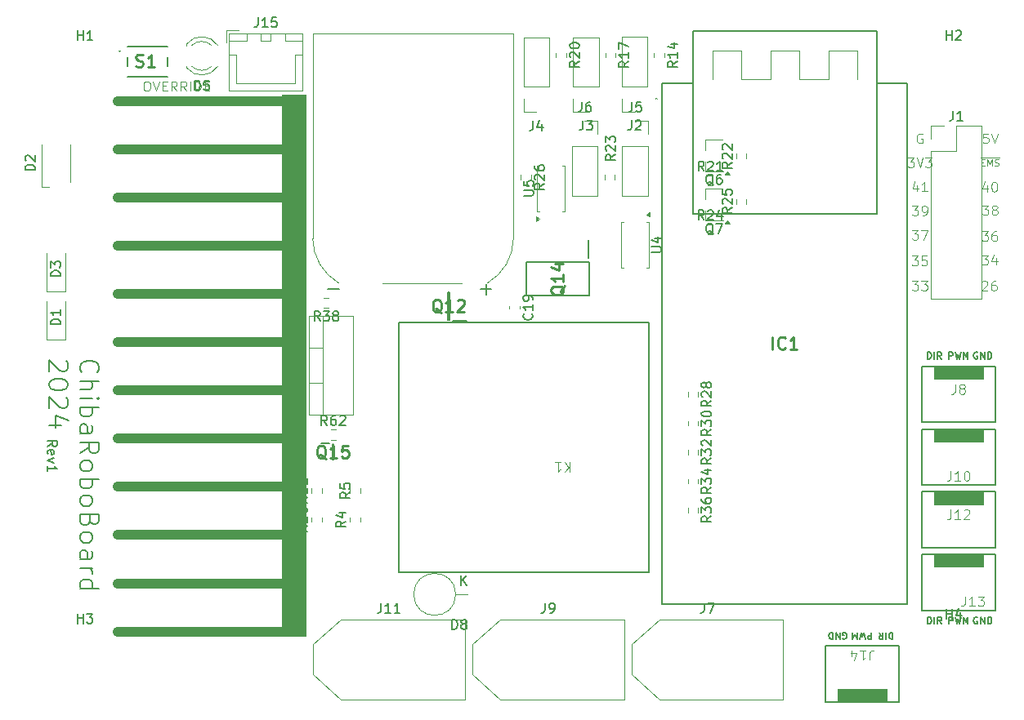
<source format=gbr>
%TF.GenerationSoftware,KiCad,Pcbnew,8.0.4*%
%TF.CreationDate,2024-08-16T06:12:58+09:00*%
%TF.ProjectId,chibarobo_board_2024,63686962-6172-46f6-926f-5f626f617264,rev?*%
%TF.SameCoordinates,Original*%
%TF.FileFunction,Legend,Top*%
%TF.FilePolarity,Positive*%
%FSLAX46Y46*%
G04 Gerber Fmt 4.6, Leading zero omitted, Abs format (unit mm)*
G04 Created by KiCad (PCBNEW 8.0.4) date 2024-08-16 06:12:58*
%MOMM*%
%LPD*%
G01*
G04 APERTURE LIST*
%ADD10C,0.150000*%
%ADD11C,0.200000*%
%ADD12C,0.100000*%
%ADD13C,0.254000*%
%ADD14C,0.120000*%
%ADD15C,1.000000*%
G04 APERTURE END LIST*
D10*
X183533332Y-113350633D02*
X183599999Y-113383966D01*
X183599999Y-113383966D02*
X183699999Y-113383966D01*
X183699999Y-113383966D02*
X183799999Y-113350633D01*
X183799999Y-113350633D02*
X183866666Y-113283966D01*
X183866666Y-113283966D02*
X183899999Y-113217300D01*
X183899999Y-113217300D02*
X183933332Y-113083966D01*
X183933332Y-113083966D02*
X183933332Y-112983966D01*
X183933332Y-112983966D02*
X183899999Y-112850633D01*
X183899999Y-112850633D02*
X183866666Y-112783966D01*
X183866666Y-112783966D02*
X183799999Y-112717300D01*
X183799999Y-112717300D02*
X183699999Y-112683966D01*
X183699999Y-112683966D02*
X183633332Y-112683966D01*
X183633332Y-112683966D02*
X183533332Y-112717300D01*
X183533332Y-112717300D02*
X183499999Y-112750633D01*
X183499999Y-112750633D02*
X183499999Y-112983966D01*
X183499999Y-112983966D02*
X183633332Y-112983966D01*
X183199999Y-112683966D02*
X183199999Y-113383966D01*
X183199999Y-113383966D02*
X182799999Y-112683966D01*
X182799999Y-112683966D02*
X182799999Y-113383966D01*
X182466666Y-112683966D02*
X182466666Y-113383966D01*
X182466666Y-113383966D02*
X182299999Y-113383966D01*
X182299999Y-113383966D02*
X182199999Y-113350633D01*
X182199999Y-113350633D02*
X182133333Y-113283966D01*
X182133333Y-113283966D02*
X182099999Y-113217300D01*
X182099999Y-113217300D02*
X182066666Y-113083966D01*
X182066666Y-113083966D02*
X182066666Y-112983966D01*
X182066666Y-112983966D02*
X182099999Y-112850633D01*
X182099999Y-112850633D02*
X182133333Y-112783966D01*
X182133333Y-112783966D02*
X182199999Y-112717300D01*
X182199999Y-112717300D02*
X182299999Y-112683966D01*
X182299999Y-112683966D02*
X182466666Y-112683966D01*
X186483333Y-112683966D02*
X186483333Y-113383966D01*
X186483333Y-113383966D02*
X186216666Y-113383966D01*
X186216666Y-113383966D02*
X186150000Y-113350633D01*
X186150000Y-113350633D02*
X186116666Y-113317300D01*
X186116666Y-113317300D02*
X186083333Y-113250633D01*
X186083333Y-113250633D02*
X186083333Y-113150633D01*
X186083333Y-113150633D02*
X186116666Y-113083966D01*
X186116666Y-113083966D02*
X186150000Y-113050633D01*
X186150000Y-113050633D02*
X186216666Y-113017300D01*
X186216666Y-113017300D02*
X186483333Y-113017300D01*
X185850000Y-113383966D02*
X185683333Y-112683966D01*
X185683333Y-112683966D02*
X185550000Y-113183966D01*
X185550000Y-113183966D02*
X185416666Y-112683966D01*
X185416666Y-112683966D02*
X185250000Y-113383966D01*
X184983333Y-112683966D02*
X184983333Y-113383966D01*
X184983333Y-113383966D02*
X184750000Y-112883966D01*
X184750000Y-112883966D02*
X184516666Y-113383966D01*
X184516666Y-113383966D02*
X184516666Y-112683966D01*
D11*
X104665526Y-85750625D02*
X104570288Y-85655387D01*
X104570288Y-85655387D02*
X104475049Y-85369673D01*
X104475049Y-85369673D02*
X104475049Y-85179197D01*
X104475049Y-85179197D02*
X104570288Y-84893482D01*
X104570288Y-84893482D02*
X104760764Y-84703006D01*
X104760764Y-84703006D02*
X104951240Y-84607768D01*
X104951240Y-84607768D02*
X105332192Y-84512530D01*
X105332192Y-84512530D02*
X105617907Y-84512530D01*
X105617907Y-84512530D02*
X105998859Y-84607768D01*
X105998859Y-84607768D02*
X106189335Y-84703006D01*
X106189335Y-84703006D02*
X106379811Y-84893482D01*
X106379811Y-84893482D02*
X106475049Y-85179197D01*
X106475049Y-85179197D02*
X106475049Y-85369673D01*
X106475049Y-85369673D02*
X106379811Y-85655387D01*
X106379811Y-85655387D02*
X106284573Y-85750625D01*
X104475049Y-86607768D02*
X106475049Y-86607768D01*
X104475049Y-87464911D02*
X105522668Y-87464911D01*
X105522668Y-87464911D02*
X105713145Y-87369673D01*
X105713145Y-87369673D02*
X105808383Y-87179197D01*
X105808383Y-87179197D02*
X105808383Y-86893482D01*
X105808383Y-86893482D02*
X105713145Y-86703006D01*
X105713145Y-86703006D02*
X105617907Y-86607768D01*
X104475049Y-88417292D02*
X105808383Y-88417292D01*
X106475049Y-88417292D02*
X106379811Y-88322054D01*
X106379811Y-88322054D02*
X106284573Y-88417292D01*
X106284573Y-88417292D02*
X106379811Y-88512530D01*
X106379811Y-88512530D02*
X106475049Y-88417292D01*
X106475049Y-88417292D02*
X106284573Y-88417292D01*
X104475049Y-89369673D02*
X106475049Y-89369673D01*
X105713145Y-89369673D02*
X105808383Y-89560149D01*
X105808383Y-89560149D02*
X105808383Y-89941102D01*
X105808383Y-89941102D02*
X105713145Y-90131578D01*
X105713145Y-90131578D02*
X105617907Y-90226816D01*
X105617907Y-90226816D02*
X105427430Y-90322054D01*
X105427430Y-90322054D02*
X104856002Y-90322054D01*
X104856002Y-90322054D02*
X104665526Y-90226816D01*
X104665526Y-90226816D02*
X104570288Y-90131578D01*
X104570288Y-90131578D02*
X104475049Y-89941102D01*
X104475049Y-89941102D02*
X104475049Y-89560149D01*
X104475049Y-89560149D02*
X104570288Y-89369673D01*
X104475049Y-92036340D02*
X105522668Y-92036340D01*
X105522668Y-92036340D02*
X105713145Y-91941102D01*
X105713145Y-91941102D02*
X105808383Y-91750626D01*
X105808383Y-91750626D02*
X105808383Y-91369673D01*
X105808383Y-91369673D02*
X105713145Y-91179197D01*
X104570288Y-92036340D02*
X104475049Y-91845864D01*
X104475049Y-91845864D02*
X104475049Y-91369673D01*
X104475049Y-91369673D02*
X104570288Y-91179197D01*
X104570288Y-91179197D02*
X104760764Y-91083959D01*
X104760764Y-91083959D02*
X104951240Y-91083959D01*
X104951240Y-91083959D02*
X105141716Y-91179197D01*
X105141716Y-91179197D02*
X105236954Y-91369673D01*
X105236954Y-91369673D02*
X105236954Y-91845864D01*
X105236954Y-91845864D02*
X105332192Y-92036340D01*
X104475049Y-94131578D02*
X105427430Y-93464911D01*
X104475049Y-92988721D02*
X106475049Y-92988721D01*
X106475049Y-92988721D02*
X106475049Y-93750626D01*
X106475049Y-93750626D02*
X106379811Y-93941102D01*
X106379811Y-93941102D02*
X106284573Y-94036340D01*
X106284573Y-94036340D02*
X106094097Y-94131578D01*
X106094097Y-94131578D02*
X105808383Y-94131578D01*
X105808383Y-94131578D02*
X105617907Y-94036340D01*
X105617907Y-94036340D02*
X105522668Y-93941102D01*
X105522668Y-93941102D02*
X105427430Y-93750626D01*
X105427430Y-93750626D02*
X105427430Y-92988721D01*
X104475049Y-95274435D02*
X104570288Y-95083959D01*
X104570288Y-95083959D02*
X104665526Y-94988721D01*
X104665526Y-94988721D02*
X104856002Y-94893483D01*
X104856002Y-94893483D02*
X105427430Y-94893483D01*
X105427430Y-94893483D02*
X105617907Y-94988721D01*
X105617907Y-94988721D02*
X105713145Y-95083959D01*
X105713145Y-95083959D02*
X105808383Y-95274435D01*
X105808383Y-95274435D02*
X105808383Y-95560150D01*
X105808383Y-95560150D02*
X105713145Y-95750626D01*
X105713145Y-95750626D02*
X105617907Y-95845864D01*
X105617907Y-95845864D02*
X105427430Y-95941102D01*
X105427430Y-95941102D02*
X104856002Y-95941102D01*
X104856002Y-95941102D02*
X104665526Y-95845864D01*
X104665526Y-95845864D02*
X104570288Y-95750626D01*
X104570288Y-95750626D02*
X104475049Y-95560150D01*
X104475049Y-95560150D02*
X104475049Y-95274435D01*
X104475049Y-96798245D02*
X106475049Y-96798245D01*
X105713145Y-96798245D02*
X105808383Y-96988721D01*
X105808383Y-96988721D02*
X105808383Y-97369674D01*
X105808383Y-97369674D02*
X105713145Y-97560150D01*
X105713145Y-97560150D02*
X105617907Y-97655388D01*
X105617907Y-97655388D02*
X105427430Y-97750626D01*
X105427430Y-97750626D02*
X104856002Y-97750626D01*
X104856002Y-97750626D02*
X104665526Y-97655388D01*
X104665526Y-97655388D02*
X104570288Y-97560150D01*
X104570288Y-97560150D02*
X104475049Y-97369674D01*
X104475049Y-97369674D02*
X104475049Y-96988721D01*
X104475049Y-96988721D02*
X104570288Y-96798245D01*
X104475049Y-98893483D02*
X104570288Y-98703007D01*
X104570288Y-98703007D02*
X104665526Y-98607769D01*
X104665526Y-98607769D02*
X104856002Y-98512531D01*
X104856002Y-98512531D02*
X105427430Y-98512531D01*
X105427430Y-98512531D02*
X105617907Y-98607769D01*
X105617907Y-98607769D02*
X105713145Y-98703007D01*
X105713145Y-98703007D02*
X105808383Y-98893483D01*
X105808383Y-98893483D02*
X105808383Y-99179198D01*
X105808383Y-99179198D02*
X105713145Y-99369674D01*
X105713145Y-99369674D02*
X105617907Y-99464912D01*
X105617907Y-99464912D02*
X105427430Y-99560150D01*
X105427430Y-99560150D02*
X104856002Y-99560150D01*
X104856002Y-99560150D02*
X104665526Y-99464912D01*
X104665526Y-99464912D02*
X104570288Y-99369674D01*
X104570288Y-99369674D02*
X104475049Y-99179198D01*
X104475049Y-99179198D02*
X104475049Y-98893483D01*
X105522668Y-101083960D02*
X105427430Y-101369674D01*
X105427430Y-101369674D02*
X105332192Y-101464912D01*
X105332192Y-101464912D02*
X105141716Y-101560150D01*
X105141716Y-101560150D02*
X104856002Y-101560150D01*
X104856002Y-101560150D02*
X104665526Y-101464912D01*
X104665526Y-101464912D02*
X104570288Y-101369674D01*
X104570288Y-101369674D02*
X104475049Y-101179198D01*
X104475049Y-101179198D02*
X104475049Y-100417293D01*
X104475049Y-100417293D02*
X106475049Y-100417293D01*
X106475049Y-100417293D02*
X106475049Y-101083960D01*
X106475049Y-101083960D02*
X106379811Y-101274436D01*
X106379811Y-101274436D02*
X106284573Y-101369674D01*
X106284573Y-101369674D02*
X106094097Y-101464912D01*
X106094097Y-101464912D02*
X105903621Y-101464912D01*
X105903621Y-101464912D02*
X105713145Y-101369674D01*
X105713145Y-101369674D02*
X105617907Y-101274436D01*
X105617907Y-101274436D02*
X105522668Y-101083960D01*
X105522668Y-101083960D02*
X105522668Y-100417293D01*
X104475049Y-102703007D02*
X104570288Y-102512531D01*
X104570288Y-102512531D02*
X104665526Y-102417293D01*
X104665526Y-102417293D02*
X104856002Y-102322055D01*
X104856002Y-102322055D02*
X105427430Y-102322055D01*
X105427430Y-102322055D02*
X105617907Y-102417293D01*
X105617907Y-102417293D02*
X105713145Y-102512531D01*
X105713145Y-102512531D02*
X105808383Y-102703007D01*
X105808383Y-102703007D02*
X105808383Y-102988722D01*
X105808383Y-102988722D02*
X105713145Y-103179198D01*
X105713145Y-103179198D02*
X105617907Y-103274436D01*
X105617907Y-103274436D02*
X105427430Y-103369674D01*
X105427430Y-103369674D02*
X104856002Y-103369674D01*
X104856002Y-103369674D02*
X104665526Y-103274436D01*
X104665526Y-103274436D02*
X104570288Y-103179198D01*
X104570288Y-103179198D02*
X104475049Y-102988722D01*
X104475049Y-102988722D02*
X104475049Y-102703007D01*
X104475049Y-105083960D02*
X105522668Y-105083960D01*
X105522668Y-105083960D02*
X105713145Y-104988722D01*
X105713145Y-104988722D02*
X105808383Y-104798246D01*
X105808383Y-104798246D02*
X105808383Y-104417293D01*
X105808383Y-104417293D02*
X105713145Y-104226817D01*
X104570288Y-105083960D02*
X104475049Y-104893484D01*
X104475049Y-104893484D02*
X104475049Y-104417293D01*
X104475049Y-104417293D02*
X104570288Y-104226817D01*
X104570288Y-104226817D02*
X104760764Y-104131579D01*
X104760764Y-104131579D02*
X104951240Y-104131579D01*
X104951240Y-104131579D02*
X105141716Y-104226817D01*
X105141716Y-104226817D02*
X105236954Y-104417293D01*
X105236954Y-104417293D02*
X105236954Y-104893484D01*
X105236954Y-104893484D02*
X105332192Y-105083960D01*
X104475049Y-106036341D02*
X105808383Y-106036341D01*
X105427430Y-106036341D02*
X105617907Y-106131579D01*
X105617907Y-106131579D02*
X105713145Y-106226817D01*
X105713145Y-106226817D02*
X105808383Y-106417293D01*
X105808383Y-106417293D02*
X105808383Y-106607770D01*
X104475049Y-108131579D02*
X106475049Y-108131579D01*
X104570288Y-108131579D02*
X104475049Y-107941103D01*
X104475049Y-107941103D02*
X104475049Y-107560150D01*
X104475049Y-107560150D02*
X104570288Y-107369674D01*
X104570288Y-107369674D02*
X104665526Y-107274436D01*
X104665526Y-107274436D02*
X104856002Y-107179198D01*
X104856002Y-107179198D02*
X105427430Y-107179198D01*
X105427430Y-107179198D02*
X105617907Y-107274436D01*
X105617907Y-107274436D02*
X105713145Y-107369674D01*
X105713145Y-107369674D02*
X105808383Y-107560150D01*
X105808383Y-107560150D02*
X105808383Y-107941103D01*
X105808383Y-107941103D02*
X105713145Y-108131579D01*
X103064685Y-84512530D02*
X103159923Y-84607768D01*
X103159923Y-84607768D02*
X103255161Y-84798244D01*
X103255161Y-84798244D02*
X103255161Y-85274435D01*
X103255161Y-85274435D02*
X103159923Y-85464911D01*
X103159923Y-85464911D02*
X103064685Y-85560149D01*
X103064685Y-85560149D02*
X102874209Y-85655387D01*
X102874209Y-85655387D02*
X102683733Y-85655387D01*
X102683733Y-85655387D02*
X102398019Y-85560149D01*
X102398019Y-85560149D02*
X101255161Y-84417292D01*
X101255161Y-84417292D02*
X101255161Y-85655387D01*
X103255161Y-86893482D02*
X103255161Y-87083959D01*
X103255161Y-87083959D02*
X103159923Y-87274435D01*
X103159923Y-87274435D02*
X103064685Y-87369673D01*
X103064685Y-87369673D02*
X102874209Y-87464911D01*
X102874209Y-87464911D02*
X102493257Y-87560149D01*
X102493257Y-87560149D02*
X102017066Y-87560149D01*
X102017066Y-87560149D02*
X101636114Y-87464911D01*
X101636114Y-87464911D02*
X101445638Y-87369673D01*
X101445638Y-87369673D02*
X101350400Y-87274435D01*
X101350400Y-87274435D02*
X101255161Y-87083959D01*
X101255161Y-87083959D02*
X101255161Y-86893482D01*
X101255161Y-86893482D02*
X101350400Y-86703006D01*
X101350400Y-86703006D02*
X101445638Y-86607768D01*
X101445638Y-86607768D02*
X101636114Y-86512530D01*
X101636114Y-86512530D02*
X102017066Y-86417292D01*
X102017066Y-86417292D02*
X102493257Y-86417292D01*
X102493257Y-86417292D02*
X102874209Y-86512530D01*
X102874209Y-86512530D02*
X103064685Y-86607768D01*
X103064685Y-86607768D02*
X103159923Y-86703006D01*
X103159923Y-86703006D02*
X103255161Y-86893482D01*
X103064685Y-88322054D02*
X103159923Y-88417292D01*
X103159923Y-88417292D02*
X103255161Y-88607768D01*
X103255161Y-88607768D02*
X103255161Y-89083959D01*
X103255161Y-89083959D02*
X103159923Y-89274435D01*
X103159923Y-89274435D02*
X103064685Y-89369673D01*
X103064685Y-89369673D02*
X102874209Y-89464911D01*
X102874209Y-89464911D02*
X102683733Y-89464911D01*
X102683733Y-89464911D02*
X102398019Y-89369673D01*
X102398019Y-89369673D02*
X101255161Y-88226816D01*
X101255161Y-88226816D02*
X101255161Y-89464911D01*
X102588495Y-91179197D02*
X101255161Y-91179197D01*
X103350400Y-90703006D02*
X101921828Y-90226816D01*
X101921828Y-90226816D02*
X101921828Y-91464911D01*
D10*
X101130180Y-93408207D02*
X101606371Y-93074874D01*
X101130180Y-92836779D02*
X102130180Y-92836779D01*
X102130180Y-92836779D02*
X102130180Y-93217731D01*
X102130180Y-93217731D02*
X102082561Y-93312969D01*
X102082561Y-93312969D02*
X102034942Y-93360588D01*
X102034942Y-93360588D02*
X101939704Y-93408207D01*
X101939704Y-93408207D02*
X101796847Y-93408207D01*
X101796847Y-93408207D02*
X101701609Y-93360588D01*
X101701609Y-93360588D02*
X101653990Y-93312969D01*
X101653990Y-93312969D02*
X101606371Y-93217731D01*
X101606371Y-93217731D02*
X101606371Y-92836779D01*
X101177800Y-94217731D02*
X101130180Y-94122493D01*
X101130180Y-94122493D02*
X101130180Y-93932017D01*
X101130180Y-93932017D02*
X101177800Y-93836779D01*
X101177800Y-93836779D02*
X101273038Y-93789160D01*
X101273038Y-93789160D02*
X101653990Y-93789160D01*
X101653990Y-93789160D02*
X101749228Y-93836779D01*
X101749228Y-93836779D02*
X101796847Y-93932017D01*
X101796847Y-93932017D02*
X101796847Y-94122493D01*
X101796847Y-94122493D02*
X101749228Y-94217731D01*
X101749228Y-94217731D02*
X101653990Y-94265350D01*
X101653990Y-94265350D02*
X101558752Y-94265350D01*
X101558752Y-94265350D02*
X101463514Y-93789160D01*
X101796847Y-94598684D02*
X101130180Y-94836779D01*
X101130180Y-94836779D02*
X101796847Y-95074874D01*
X101130180Y-95979636D02*
X101130180Y-95408208D01*
X101130180Y-95693922D02*
X102130180Y-95693922D01*
X102130180Y-95693922D02*
X101987323Y-95598684D01*
X101987323Y-95598684D02*
X101892085Y-95503446D01*
X101892085Y-95503446D02*
X101844466Y-95408208D01*
D12*
X197923117Y-73564538D02*
X198542164Y-73564538D01*
X198542164Y-73564538D02*
X198208831Y-73945490D01*
X198208831Y-73945490D02*
X198351688Y-73945490D01*
X198351688Y-73945490D02*
X198446926Y-73993109D01*
X198446926Y-73993109D02*
X198494545Y-74040728D01*
X198494545Y-74040728D02*
X198542164Y-74135966D01*
X198542164Y-74135966D02*
X198542164Y-74374061D01*
X198542164Y-74374061D02*
X198494545Y-74469299D01*
X198494545Y-74469299D02*
X198446926Y-74516919D01*
X198446926Y-74516919D02*
X198351688Y-74564538D01*
X198351688Y-74564538D02*
X198065974Y-74564538D01*
X198065974Y-74564538D02*
X197970736Y-74516919D01*
X197970736Y-74516919D02*
X197923117Y-74469299D01*
X199399307Y-73897871D02*
X199399307Y-74564538D01*
X199161212Y-73516919D02*
X198923117Y-74231204D01*
X198923117Y-74231204D02*
X199542164Y-74231204D01*
X198561747Y-60957419D02*
X198085557Y-60957419D01*
X198085557Y-60957419D02*
X198037938Y-61433609D01*
X198037938Y-61433609D02*
X198085557Y-61385990D01*
X198085557Y-61385990D02*
X198180795Y-61338371D01*
X198180795Y-61338371D02*
X198418890Y-61338371D01*
X198418890Y-61338371D02*
X198514128Y-61385990D01*
X198514128Y-61385990D02*
X198561747Y-61433609D01*
X198561747Y-61433609D02*
X198609366Y-61528847D01*
X198609366Y-61528847D02*
X198609366Y-61766942D01*
X198609366Y-61766942D02*
X198561747Y-61862180D01*
X198561747Y-61862180D02*
X198514128Y-61909800D01*
X198514128Y-61909800D02*
X198418890Y-61957419D01*
X198418890Y-61957419D02*
X198180795Y-61957419D01*
X198180795Y-61957419D02*
X198085557Y-61909800D01*
X198085557Y-61909800D02*
X198037938Y-61862180D01*
X198895081Y-60957419D02*
X199228414Y-61957419D01*
X199228414Y-61957419D02*
X199561747Y-60957419D01*
D10*
X194516666Y-111816033D02*
X194516666Y-111116033D01*
X194516666Y-111116033D02*
X194783333Y-111116033D01*
X194783333Y-111116033D02*
X194850000Y-111149366D01*
X194850000Y-111149366D02*
X194883333Y-111182700D01*
X194883333Y-111182700D02*
X194916666Y-111249366D01*
X194916666Y-111249366D02*
X194916666Y-111349366D01*
X194916666Y-111349366D02*
X194883333Y-111416033D01*
X194883333Y-111416033D02*
X194850000Y-111449366D01*
X194850000Y-111449366D02*
X194783333Y-111482700D01*
X194783333Y-111482700D02*
X194516666Y-111482700D01*
X195150000Y-111116033D02*
X195316666Y-111816033D01*
X195316666Y-111816033D02*
X195450000Y-111316033D01*
X195450000Y-111316033D02*
X195583333Y-111816033D01*
X195583333Y-111816033D02*
X195750000Y-111116033D01*
X196016666Y-111816033D02*
X196016666Y-111116033D01*
X196016666Y-111116033D02*
X196250000Y-111616033D01*
X196250000Y-111616033D02*
X196483333Y-111116033D01*
X196483333Y-111116033D02*
X196483333Y-111816033D01*
D12*
X190675341Y-73642145D02*
X191294388Y-73642145D01*
X191294388Y-73642145D02*
X190961055Y-74023097D01*
X190961055Y-74023097D02*
X191103912Y-74023097D01*
X191103912Y-74023097D02*
X191199150Y-74070716D01*
X191199150Y-74070716D02*
X191246769Y-74118335D01*
X191246769Y-74118335D02*
X191294388Y-74213573D01*
X191294388Y-74213573D02*
X191294388Y-74451668D01*
X191294388Y-74451668D02*
X191246769Y-74546906D01*
X191246769Y-74546906D02*
X191199150Y-74594526D01*
X191199150Y-74594526D02*
X191103912Y-74642145D01*
X191103912Y-74642145D02*
X190818198Y-74642145D01*
X190818198Y-74642145D02*
X190722960Y-74594526D01*
X190722960Y-74594526D02*
X190675341Y-74546906D01*
X192199150Y-73642145D02*
X191722960Y-73642145D01*
X191722960Y-73642145D02*
X191675341Y-74118335D01*
X191675341Y-74118335D02*
X191722960Y-74070716D01*
X191722960Y-74070716D02*
X191818198Y-74023097D01*
X191818198Y-74023097D02*
X192056293Y-74023097D01*
X192056293Y-74023097D02*
X192151531Y-74070716D01*
X192151531Y-74070716D02*
X192199150Y-74118335D01*
X192199150Y-74118335D02*
X192246769Y-74213573D01*
X192246769Y-74213573D02*
X192246769Y-74451668D01*
X192246769Y-74451668D02*
X192199150Y-74546906D01*
X192199150Y-74546906D02*
X192151531Y-74594526D01*
X192151531Y-74594526D02*
X192056293Y-74642145D01*
X192056293Y-74642145D02*
X191818198Y-74642145D01*
X191818198Y-74642145D02*
X191722960Y-74594526D01*
X191722960Y-74594526D02*
X191675341Y-74546906D01*
X111332591Y-55532847D02*
X111523067Y-55532847D01*
X111523067Y-55532847D02*
X111618305Y-55580466D01*
X111618305Y-55580466D02*
X111713543Y-55675704D01*
X111713543Y-55675704D02*
X111761162Y-55866180D01*
X111761162Y-55866180D02*
X111761162Y-56199513D01*
X111761162Y-56199513D02*
X111713543Y-56389989D01*
X111713543Y-56389989D02*
X111618305Y-56485228D01*
X111618305Y-56485228D02*
X111523067Y-56532847D01*
X111523067Y-56532847D02*
X111332591Y-56532847D01*
X111332591Y-56532847D02*
X111237353Y-56485228D01*
X111237353Y-56485228D02*
X111142115Y-56389989D01*
X111142115Y-56389989D02*
X111094496Y-56199513D01*
X111094496Y-56199513D02*
X111094496Y-55866180D01*
X111094496Y-55866180D02*
X111142115Y-55675704D01*
X111142115Y-55675704D02*
X111237353Y-55580466D01*
X111237353Y-55580466D02*
X111332591Y-55532847D01*
X112046877Y-55532847D02*
X112380210Y-56532847D01*
X112380210Y-56532847D02*
X112713543Y-55532847D01*
X113046877Y-56009037D02*
X113380210Y-56009037D01*
X113523067Y-56532847D02*
X113046877Y-56532847D01*
X113046877Y-56532847D02*
X113046877Y-55532847D01*
X113046877Y-55532847D02*
X113523067Y-55532847D01*
X114523067Y-56532847D02*
X114189734Y-56056656D01*
X113951639Y-56532847D02*
X113951639Y-55532847D01*
X113951639Y-55532847D02*
X114332591Y-55532847D01*
X114332591Y-55532847D02*
X114427829Y-55580466D01*
X114427829Y-55580466D02*
X114475448Y-55628085D01*
X114475448Y-55628085D02*
X114523067Y-55723323D01*
X114523067Y-55723323D02*
X114523067Y-55866180D01*
X114523067Y-55866180D02*
X114475448Y-55961418D01*
X114475448Y-55961418D02*
X114427829Y-56009037D01*
X114427829Y-56009037D02*
X114332591Y-56056656D01*
X114332591Y-56056656D02*
X113951639Y-56056656D01*
X115523067Y-56532847D02*
X115189734Y-56056656D01*
X114951639Y-56532847D02*
X114951639Y-55532847D01*
X114951639Y-55532847D02*
X115332591Y-55532847D01*
X115332591Y-55532847D02*
X115427829Y-55580466D01*
X115427829Y-55580466D02*
X115475448Y-55628085D01*
X115475448Y-55628085D02*
X115523067Y-55723323D01*
X115523067Y-55723323D02*
X115523067Y-55866180D01*
X115523067Y-55866180D02*
X115475448Y-55961418D01*
X115475448Y-55961418D02*
X115427829Y-56009037D01*
X115427829Y-56009037D02*
X115332591Y-56056656D01*
X115332591Y-56056656D02*
X114951639Y-56056656D01*
X115951639Y-56532847D02*
X115951639Y-55532847D01*
X116427829Y-56532847D02*
X116427829Y-55532847D01*
X116427829Y-55532847D02*
X116665924Y-55532847D01*
X116665924Y-55532847D02*
X116808781Y-55580466D01*
X116808781Y-55580466D02*
X116904019Y-55675704D01*
X116904019Y-55675704D02*
X116951638Y-55770942D01*
X116951638Y-55770942D02*
X116999257Y-55961418D01*
X116999257Y-55961418D02*
X116999257Y-56104275D01*
X116999257Y-56104275D02*
X116951638Y-56294751D01*
X116951638Y-56294751D02*
X116904019Y-56389989D01*
X116904019Y-56389989D02*
X116808781Y-56485228D01*
X116808781Y-56485228D02*
X116665924Y-56532847D01*
X116665924Y-56532847D02*
X116427829Y-56532847D01*
X117427829Y-56009037D02*
X117761162Y-56009037D01*
X117904019Y-56532847D02*
X117427829Y-56532847D01*
X117427829Y-56532847D02*
X117427829Y-55532847D01*
X117427829Y-55532847D02*
X117904019Y-55532847D01*
D10*
X188699999Y-112683966D02*
X188699999Y-113383966D01*
X188699999Y-113383966D02*
X188533332Y-113383966D01*
X188533332Y-113383966D02*
X188433332Y-113350633D01*
X188433332Y-113350633D02*
X188366666Y-113283966D01*
X188366666Y-113283966D02*
X188333332Y-113217300D01*
X188333332Y-113217300D02*
X188299999Y-113083966D01*
X188299999Y-113083966D02*
X188299999Y-112983966D01*
X188299999Y-112983966D02*
X188333332Y-112850633D01*
X188333332Y-112850633D02*
X188366666Y-112783966D01*
X188366666Y-112783966D02*
X188433332Y-112717300D01*
X188433332Y-112717300D02*
X188533332Y-112683966D01*
X188533332Y-112683966D02*
X188699999Y-112683966D01*
X187999999Y-112683966D02*
X187999999Y-113383966D01*
X187266666Y-112683966D02*
X187499999Y-113017300D01*
X187666666Y-112683966D02*
X187666666Y-113383966D01*
X187666666Y-113383966D02*
X187399999Y-113383966D01*
X187399999Y-113383966D02*
X187333333Y-113350633D01*
X187333333Y-113350633D02*
X187299999Y-113317300D01*
X187299999Y-113317300D02*
X187266666Y-113250633D01*
X187266666Y-113250633D02*
X187266666Y-113150633D01*
X187266666Y-113150633D02*
X187299999Y-113083966D01*
X187299999Y-113083966D02*
X187333333Y-113050633D01*
X187333333Y-113050633D02*
X187399999Y-113017300D01*
X187399999Y-113017300D02*
X187666666Y-113017300D01*
D12*
X197967429Y-68402197D02*
X198586476Y-68402197D01*
X198586476Y-68402197D02*
X198253143Y-68783149D01*
X198253143Y-68783149D02*
X198396000Y-68783149D01*
X198396000Y-68783149D02*
X198491238Y-68830768D01*
X198491238Y-68830768D02*
X198538857Y-68878387D01*
X198538857Y-68878387D02*
X198586476Y-68973625D01*
X198586476Y-68973625D02*
X198586476Y-69211720D01*
X198586476Y-69211720D02*
X198538857Y-69306958D01*
X198538857Y-69306958D02*
X198491238Y-69354578D01*
X198491238Y-69354578D02*
X198396000Y-69402197D01*
X198396000Y-69402197D02*
X198110286Y-69402197D01*
X198110286Y-69402197D02*
X198015048Y-69354578D01*
X198015048Y-69354578D02*
X197967429Y-69306958D01*
X199157905Y-68830768D02*
X199062667Y-68783149D01*
X199062667Y-68783149D02*
X199015048Y-68735530D01*
X199015048Y-68735530D02*
X198967429Y-68640292D01*
X198967429Y-68640292D02*
X198967429Y-68592673D01*
X198967429Y-68592673D02*
X199015048Y-68497435D01*
X199015048Y-68497435D02*
X199062667Y-68449816D01*
X199062667Y-68449816D02*
X199157905Y-68402197D01*
X199157905Y-68402197D02*
X199348381Y-68402197D01*
X199348381Y-68402197D02*
X199443619Y-68449816D01*
X199443619Y-68449816D02*
X199491238Y-68497435D01*
X199491238Y-68497435D02*
X199538857Y-68592673D01*
X199538857Y-68592673D02*
X199538857Y-68640292D01*
X199538857Y-68640292D02*
X199491238Y-68735530D01*
X199491238Y-68735530D02*
X199443619Y-68783149D01*
X199443619Y-68783149D02*
X199348381Y-68830768D01*
X199348381Y-68830768D02*
X199157905Y-68830768D01*
X199157905Y-68830768D02*
X199062667Y-68878387D01*
X199062667Y-68878387D02*
X199015048Y-68926006D01*
X199015048Y-68926006D02*
X198967429Y-69021244D01*
X198967429Y-69021244D02*
X198967429Y-69211720D01*
X198967429Y-69211720D02*
X199015048Y-69306958D01*
X199015048Y-69306958D02*
X199062667Y-69354578D01*
X199062667Y-69354578D02*
X199157905Y-69402197D01*
X199157905Y-69402197D02*
X199348381Y-69402197D01*
X199348381Y-69402197D02*
X199443619Y-69354578D01*
X199443619Y-69354578D02*
X199491238Y-69306958D01*
X199491238Y-69306958D02*
X199538857Y-69211720D01*
X199538857Y-69211720D02*
X199538857Y-69021244D01*
X199538857Y-69021244D02*
X199491238Y-68926006D01*
X199491238Y-68926006D02*
X199443619Y-68878387D01*
X199443619Y-68878387D02*
X199348381Y-68830768D01*
X197860385Y-63947879D02*
X198093719Y-63947879D01*
X198193719Y-64314546D02*
X197860385Y-64314546D01*
X197860385Y-64314546D02*
X197860385Y-63614546D01*
X197860385Y-63614546D02*
X198193719Y-63614546D01*
X198493718Y-64314546D02*
X198493718Y-63614546D01*
X198493718Y-63614546D02*
X198727052Y-64114546D01*
X198727052Y-64114546D02*
X198960385Y-63614546D01*
X198960385Y-63614546D02*
X198960385Y-64314546D01*
X199260385Y-64281213D02*
X199360385Y-64314546D01*
X199360385Y-64314546D02*
X199527052Y-64314546D01*
X199527052Y-64314546D02*
X199593718Y-64281213D01*
X199593718Y-64281213D02*
X199627052Y-64247879D01*
X199627052Y-64247879D02*
X199660385Y-64181213D01*
X199660385Y-64181213D02*
X199660385Y-64114546D01*
X199660385Y-64114546D02*
X199627052Y-64047879D01*
X199627052Y-64047879D02*
X199593718Y-64014546D01*
X199593718Y-64014546D02*
X199527052Y-63981213D01*
X199527052Y-63981213D02*
X199393718Y-63947879D01*
X199393718Y-63947879D02*
X199327052Y-63914546D01*
X199327052Y-63914546D02*
X199293718Y-63881213D01*
X199293718Y-63881213D02*
X199260385Y-63814546D01*
X199260385Y-63814546D02*
X199260385Y-63747879D01*
X199260385Y-63747879D02*
X199293718Y-63681213D01*
X199293718Y-63681213D02*
X199327052Y-63647879D01*
X199327052Y-63647879D02*
X199393718Y-63614546D01*
X199393718Y-63614546D02*
X199560385Y-63614546D01*
X199560385Y-63614546D02*
X199660385Y-63647879D01*
X197763719Y-63420213D02*
X199723719Y-63420213D01*
X191214285Y-66290752D02*
X191214285Y-66957419D01*
X190976190Y-65909800D02*
X190738095Y-66624085D01*
X190738095Y-66624085D02*
X191357142Y-66624085D01*
X192261904Y-66957419D02*
X191690476Y-66957419D01*
X191976190Y-66957419D02*
X191976190Y-65957419D01*
X191976190Y-65957419D02*
X191880952Y-66100276D01*
X191880952Y-66100276D02*
X191785714Y-66195514D01*
X191785714Y-66195514D02*
X191690476Y-66243133D01*
X198458004Y-66302956D02*
X198458004Y-66969623D01*
X198219909Y-65922004D02*
X197981814Y-66636289D01*
X197981814Y-66636289D02*
X198600861Y-66636289D01*
X199172290Y-65969623D02*
X199267528Y-65969623D01*
X199267528Y-65969623D02*
X199362766Y-66017242D01*
X199362766Y-66017242D02*
X199410385Y-66064861D01*
X199410385Y-66064861D02*
X199458004Y-66160099D01*
X199458004Y-66160099D02*
X199505623Y-66350575D01*
X199505623Y-66350575D02*
X199505623Y-66588670D01*
X199505623Y-66588670D02*
X199458004Y-66779146D01*
X199458004Y-66779146D02*
X199410385Y-66874384D01*
X199410385Y-66874384D02*
X199362766Y-66922004D01*
X199362766Y-66922004D02*
X199267528Y-66969623D01*
X199267528Y-66969623D02*
X199172290Y-66969623D01*
X199172290Y-66969623D02*
X199077052Y-66922004D01*
X199077052Y-66922004D02*
X199029433Y-66874384D01*
X199029433Y-66874384D02*
X198981814Y-66779146D01*
X198981814Y-66779146D02*
X198934195Y-66588670D01*
X198934195Y-66588670D02*
X198934195Y-66350575D01*
X198934195Y-66350575D02*
X198981814Y-66160099D01*
X198981814Y-66160099D02*
X199029433Y-66064861D01*
X199029433Y-66064861D02*
X199077052Y-66017242D01*
X199077052Y-66017242D02*
X199172290Y-65969623D01*
X190690476Y-70957419D02*
X191309523Y-70957419D01*
X191309523Y-70957419D02*
X190976190Y-71338371D01*
X190976190Y-71338371D02*
X191119047Y-71338371D01*
X191119047Y-71338371D02*
X191214285Y-71385990D01*
X191214285Y-71385990D02*
X191261904Y-71433609D01*
X191261904Y-71433609D02*
X191309523Y-71528847D01*
X191309523Y-71528847D02*
X191309523Y-71766942D01*
X191309523Y-71766942D02*
X191261904Y-71862180D01*
X191261904Y-71862180D02*
X191214285Y-71909800D01*
X191214285Y-71909800D02*
X191119047Y-71957419D01*
X191119047Y-71957419D02*
X190833333Y-71957419D01*
X190833333Y-71957419D02*
X190738095Y-71909800D01*
X190738095Y-71909800D02*
X190690476Y-71862180D01*
X191642857Y-70957419D02*
X192309523Y-70957419D01*
X192309523Y-70957419D02*
X191880952Y-71957419D01*
D10*
X194516666Y-84316033D02*
X194516666Y-83616033D01*
X194516666Y-83616033D02*
X194783333Y-83616033D01*
X194783333Y-83616033D02*
X194850000Y-83649366D01*
X194850000Y-83649366D02*
X194883333Y-83682700D01*
X194883333Y-83682700D02*
X194916666Y-83749366D01*
X194916666Y-83749366D02*
X194916666Y-83849366D01*
X194916666Y-83849366D02*
X194883333Y-83916033D01*
X194883333Y-83916033D02*
X194850000Y-83949366D01*
X194850000Y-83949366D02*
X194783333Y-83982700D01*
X194783333Y-83982700D02*
X194516666Y-83982700D01*
X195150000Y-83616033D02*
X195316666Y-84316033D01*
X195316666Y-84316033D02*
X195450000Y-83816033D01*
X195450000Y-83816033D02*
X195583333Y-84316033D01*
X195583333Y-84316033D02*
X195750000Y-83616033D01*
X196016666Y-84316033D02*
X196016666Y-83616033D01*
X196016666Y-83616033D02*
X196250000Y-84116033D01*
X196250000Y-84116033D02*
X196483333Y-83616033D01*
X196483333Y-83616033D02*
X196483333Y-84316033D01*
X197466667Y-111149366D02*
X197400000Y-111116033D01*
X197400000Y-111116033D02*
X197300000Y-111116033D01*
X197300000Y-111116033D02*
X197200000Y-111149366D01*
X197200000Y-111149366D02*
X197133334Y-111216033D01*
X197133334Y-111216033D02*
X197100000Y-111282700D01*
X197100000Y-111282700D02*
X197066667Y-111416033D01*
X197066667Y-111416033D02*
X197066667Y-111516033D01*
X197066667Y-111516033D02*
X197100000Y-111649366D01*
X197100000Y-111649366D02*
X197133334Y-111716033D01*
X197133334Y-111716033D02*
X197200000Y-111782700D01*
X197200000Y-111782700D02*
X197300000Y-111816033D01*
X197300000Y-111816033D02*
X197366667Y-111816033D01*
X197366667Y-111816033D02*
X197466667Y-111782700D01*
X197466667Y-111782700D02*
X197500000Y-111749366D01*
X197500000Y-111749366D02*
X197500000Y-111516033D01*
X197500000Y-111516033D02*
X197366667Y-111516033D01*
X197800000Y-111816033D02*
X197800000Y-111116033D01*
X197800000Y-111116033D02*
X198200000Y-111816033D01*
X198200000Y-111816033D02*
X198200000Y-111116033D01*
X198533333Y-111816033D02*
X198533333Y-111116033D01*
X198533333Y-111116033D02*
X198700000Y-111116033D01*
X198700000Y-111116033D02*
X198800000Y-111149366D01*
X198800000Y-111149366D02*
X198866667Y-111216033D01*
X198866667Y-111216033D02*
X198900000Y-111282700D01*
X198900000Y-111282700D02*
X198933333Y-111416033D01*
X198933333Y-111416033D02*
X198933333Y-111516033D01*
X198933333Y-111516033D02*
X198900000Y-111649366D01*
X198900000Y-111649366D02*
X198866667Y-111716033D01*
X198866667Y-111716033D02*
X198800000Y-111782700D01*
X198800000Y-111782700D02*
X198700000Y-111816033D01*
X198700000Y-111816033D02*
X198533333Y-111816033D01*
X197466667Y-83649366D02*
X197400000Y-83616033D01*
X197400000Y-83616033D02*
X197300000Y-83616033D01*
X197300000Y-83616033D02*
X197200000Y-83649366D01*
X197200000Y-83649366D02*
X197133334Y-83716033D01*
X197133334Y-83716033D02*
X197100000Y-83782700D01*
X197100000Y-83782700D02*
X197066667Y-83916033D01*
X197066667Y-83916033D02*
X197066667Y-84016033D01*
X197066667Y-84016033D02*
X197100000Y-84149366D01*
X197100000Y-84149366D02*
X197133334Y-84216033D01*
X197133334Y-84216033D02*
X197200000Y-84282700D01*
X197200000Y-84282700D02*
X197300000Y-84316033D01*
X197300000Y-84316033D02*
X197366667Y-84316033D01*
X197366667Y-84316033D02*
X197466667Y-84282700D01*
X197466667Y-84282700D02*
X197500000Y-84249366D01*
X197500000Y-84249366D02*
X197500000Y-84016033D01*
X197500000Y-84016033D02*
X197366667Y-84016033D01*
X197800000Y-84316033D02*
X197800000Y-83616033D01*
X197800000Y-83616033D02*
X198200000Y-84316033D01*
X198200000Y-84316033D02*
X198200000Y-83616033D01*
X198533333Y-84316033D02*
X198533333Y-83616033D01*
X198533333Y-83616033D02*
X198700000Y-83616033D01*
X198700000Y-83616033D02*
X198800000Y-83649366D01*
X198800000Y-83649366D02*
X198866667Y-83716033D01*
X198866667Y-83716033D02*
X198900000Y-83782700D01*
X198900000Y-83782700D02*
X198933333Y-83916033D01*
X198933333Y-83916033D02*
X198933333Y-84016033D01*
X198933333Y-84016033D02*
X198900000Y-84149366D01*
X198900000Y-84149366D02*
X198866667Y-84216033D01*
X198866667Y-84216033D02*
X198800000Y-84282700D01*
X198800000Y-84282700D02*
X198700000Y-84316033D01*
X198700000Y-84316033D02*
X198533333Y-84316033D01*
D12*
X197945273Y-71098674D02*
X198564320Y-71098674D01*
X198564320Y-71098674D02*
X198230987Y-71479626D01*
X198230987Y-71479626D02*
X198373844Y-71479626D01*
X198373844Y-71479626D02*
X198469082Y-71527245D01*
X198469082Y-71527245D02*
X198516701Y-71574864D01*
X198516701Y-71574864D02*
X198564320Y-71670102D01*
X198564320Y-71670102D02*
X198564320Y-71908197D01*
X198564320Y-71908197D02*
X198516701Y-72003435D01*
X198516701Y-72003435D02*
X198469082Y-72051055D01*
X198469082Y-72051055D02*
X198373844Y-72098674D01*
X198373844Y-72098674D02*
X198088130Y-72098674D01*
X198088130Y-72098674D02*
X197992892Y-72051055D01*
X197992892Y-72051055D02*
X197945273Y-72003435D01*
X199421463Y-71098674D02*
X199230987Y-71098674D01*
X199230987Y-71098674D02*
X199135749Y-71146293D01*
X199135749Y-71146293D02*
X199088130Y-71193912D01*
X199088130Y-71193912D02*
X198992892Y-71336769D01*
X198992892Y-71336769D02*
X198945273Y-71527245D01*
X198945273Y-71527245D02*
X198945273Y-71908197D01*
X198945273Y-71908197D02*
X198992892Y-72003435D01*
X198992892Y-72003435D02*
X199040511Y-72051055D01*
X199040511Y-72051055D02*
X199135749Y-72098674D01*
X199135749Y-72098674D02*
X199326225Y-72098674D01*
X199326225Y-72098674D02*
X199421463Y-72051055D01*
X199421463Y-72051055D02*
X199469082Y-72003435D01*
X199469082Y-72003435D02*
X199516701Y-71908197D01*
X199516701Y-71908197D02*
X199516701Y-71670102D01*
X199516701Y-71670102D02*
X199469082Y-71574864D01*
X199469082Y-71574864D02*
X199421463Y-71527245D01*
X199421463Y-71527245D02*
X199326225Y-71479626D01*
X199326225Y-71479626D02*
X199135749Y-71479626D01*
X199135749Y-71479626D02*
X199040511Y-71527245D01*
X199040511Y-71527245D02*
X198992892Y-71574864D01*
X198992892Y-71574864D02*
X198945273Y-71670102D01*
D10*
X192300000Y-84316033D02*
X192300000Y-83616033D01*
X192300000Y-83616033D02*
X192466667Y-83616033D01*
X192466667Y-83616033D02*
X192566667Y-83649366D01*
X192566667Y-83649366D02*
X192633334Y-83716033D01*
X192633334Y-83716033D02*
X192666667Y-83782700D01*
X192666667Y-83782700D02*
X192700000Y-83916033D01*
X192700000Y-83916033D02*
X192700000Y-84016033D01*
X192700000Y-84016033D02*
X192666667Y-84149366D01*
X192666667Y-84149366D02*
X192633334Y-84216033D01*
X192633334Y-84216033D02*
X192566667Y-84282700D01*
X192566667Y-84282700D02*
X192466667Y-84316033D01*
X192466667Y-84316033D02*
X192300000Y-84316033D01*
X193000000Y-84316033D02*
X193000000Y-83616033D01*
X193733333Y-84316033D02*
X193500000Y-83982700D01*
X193333333Y-84316033D02*
X193333333Y-83616033D01*
X193333333Y-83616033D02*
X193600000Y-83616033D01*
X193600000Y-83616033D02*
X193666667Y-83649366D01*
X193666667Y-83649366D02*
X193700000Y-83682700D01*
X193700000Y-83682700D02*
X193733333Y-83749366D01*
X193733333Y-83749366D02*
X193733333Y-83849366D01*
X193733333Y-83849366D02*
X193700000Y-83916033D01*
X193700000Y-83916033D02*
X193666667Y-83949366D01*
X193666667Y-83949366D02*
X193600000Y-83982700D01*
X193600000Y-83982700D02*
X193333333Y-83982700D01*
D12*
X191761904Y-61005038D02*
X191666666Y-60957419D01*
X191666666Y-60957419D02*
X191523809Y-60957419D01*
X191523809Y-60957419D02*
X191380952Y-61005038D01*
X191380952Y-61005038D02*
X191285714Y-61100276D01*
X191285714Y-61100276D02*
X191238095Y-61195514D01*
X191238095Y-61195514D02*
X191190476Y-61385990D01*
X191190476Y-61385990D02*
X191190476Y-61528847D01*
X191190476Y-61528847D02*
X191238095Y-61719323D01*
X191238095Y-61719323D02*
X191285714Y-61814561D01*
X191285714Y-61814561D02*
X191380952Y-61909800D01*
X191380952Y-61909800D02*
X191523809Y-61957419D01*
X191523809Y-61957419D02*
X191619047Y-61957419D01*
X191619047Y-61957419D02*
X191761904Y-61909800D01*
X191761904Y-61909800D02*
X191809523Y-61862180D01*
X191809523Y-61862180D02*
X191809523Y-61528847D01*
X191809523Y-61528847D02*
X191619047Y-61528847D01*
D10*
X192300000Y-111816033D02*
X192300000Y-111116033D01*
X192300000Y-111116033D02*
X192466667Y-111116033D01*
X192466667Y-111116033D02*
X192566667Y-111149366D01*
X192566667Y-111149366D02*
X192633334Y-111216033D01*
X192633334Y-111216033D02*
X192666667Y-111282700D01*
X192666667Y-111282700D02*
X192700000Y-111416033D01*
X192700000Y-111416033D02*
X192700000Y-111516033D01*
X192700000Y-111516033D02*
X192666667Y-111649366D01*
X192666667Y-111649366D02*
X192633334Y-111716033D01*
X192633334Y-111716033D02*
X192566667Y-111782700D01*
X192566667Y-111782700D02*
X192466667Y-111816033D01*
X192466667Y-111816033D02*
X192300000Y-111816033D01*
X193000000Y-111816033D02*
X193000000Y-111116033D01*
X193733333Y-111816033D02*
X193500000Y-111482700D01*
X193333333Y-111816033D02*
X193333333Y-111116033D01*
X193333333Y-111116033D02*
X193600000Y-111116033D01*
X193600000Y-111116033D02*
X193666667Y-111149366D01*
X193666667Y-111149366D02*
X193700000Y-111182700D01*
X193700000Y-111182700D02*
X193733333Y-111249366D01*
X193733333Y-111249366D02*
X193733333Y-111349366D01*
X193733333Y-111349366D02*
X193700000Y-111416033D01*
X193700000Y-111416033D02*
X193666667Y-111449366D01*
X193666667Y-111449366D02*
X193600000Y-111482700D01*
X193600000Y-111482700D02*
X193333333Y-111482700D01*
D12*
X190261905Y-63457419D02*
X190880952Y-63457419D01*
X190880952Y-63457419D02*
X190547619Y-63838371D01*
X190547619Y-63838371D02*
X190690476Y-63838371D01*
X190690476Y-63838371D02*
X190785714Y-63885990D01*
X190785714Y-63885990D02*
X190833333Y-63933609D01*
X190833333Y-63933609D02*
X190880952Y-64028847D01*
X190880952Y-64028847D02*
X190880952Y-64266942D01*
X190880952Y-64266942D02*
X190833333Y-64362180D01*
X190833333Y-64362180D02*
X190785714Y-64409800D01*
X190785714Y-64409800D02*
X190690476Y-64457419D01*
X190690476Y-64457419D02*
X190404762Y-64457419D01*
X190404762Y-64457419D02*
X190309524Y-64409800D01*
X190309524Y-64409800D02*
X190261905Y-64362180D01*
X191166667Y-63457419D02*
X191500000Y-64457419D01*
X191500000Y-64457419D02*
X191833333Y-63457419D01*
X192071429Y-63457419D02*
X192690476Y-63457419D01*
X192690476Y-63457419D02*
X192357143Y-63838371D01*
X192357143Y-63838371D02*
X192500000Y-63838371D01*
X192500000Y-63838371D02*
X192595238Y-63885990D01*
X192595238Y-63885990D02*
X192642857Y-63933609D01*
X192642857Y-63933609D02*
X192690476Y-64028847D01*
X192690476Y-64028847D02*
X192690476Y-64266942D01*
X192690476Y-64266942D02*
X192642857Y-64362180D01*
X192642857Y-64362180D02*
X192595238Y-64409800D01*
X192595238Y-64409800D02*
X192500000Y-64457419D01*
X192500000Y-64457419D02*
X192214286Y-64457419D01*
X192214286Y-64457419D02*
X192119048Y-64409800D01*
X192119048Y-64409800D02*
X192071429Y-64362180D01*
X190701554Y-76213699D02*
X191320601Y-76213699D01*
X191320601Y-76213699D02*
X190987268Y-76594651D01*
X190987268Y-76594651D02*
X191130125Y-76594651D01*
X191130125Y-76594651D02*
X191225363Y-76642270D01*
X191225363Y-76642270D02*
X191272982Y-76689889D01*
X191272982Y-76689889D02*
X191320601Y-76785127D01*
X191320601Y-76785127D02*
X191320601Y-77023222D01*
X191320601Y-77023222D02*
X191272982Y-77118460D01*
X191272982Y-77118460D02*
X191225363Y-77166080D01*
X191225363Y-77166080D02*
X191130125Y-77213699D01*
X191130125Y-77213699D02*
X190844411Y-77213699D01*
X190844411Y-77213699D02*
X190749173Y-77166080D01*
X190749173Y-77166080D02*
X190701554Y-77118460D01*
X191653935Y-76213699D02*
X192272982Y-76213699D01*
X192272982Y-76213699D02*
X191939649Y-76594651D01*
X191939649Y-76594651D02*
X192082506Y-76594651D01*
X192082506Y-76594651D02*
X192177744Y-76642270D01*
X192177744Y-76642270D02*
X192225363Y-76689889D01*
X192225363Y-76689889D02*
X192272982Y-76785127D01*
X192272982Y-76785127D02*
X192272982Y-77023222D01*
X192272982Y-77023222D02*
X192225363Y-77118460D01*
X192225363Y-77118460D02*
X192177744Y-77166080D01*
X192177744Y-77166080D02*
X192082506Y-77213699D01*
X192082506Y-77213699D02*
X191796792Y-77213699D01*
X191796792Y-77213699D02*
X191701554Y-77166080D01*
X191701554Y-77166080D02*
X191653935Y-77118460D01*
X190690476Y-68457419D02*
X191309523Y-68457419D01*
X191309523Y-68457419D02*
X190976190Y-68838371D01*
X190976190Y-68838371D02*
X191119047Y-68838371D01*
X191119047Y-68838371D02*
X191214285Y-68885990D01*
X191214285Y-68885990D02*
X191261904Y-68933609D01*
X191261904Y-68933609D02*
X191309523Y-69028847D01*
X191309523Y-69028847D02*
X191309523Y-69266942D01*
X191309523Y-69266942D02*
X191261904Y-69362180D01*
X191261904Y-69362180D02*
X191214285Y-69409800D01*
X191214285Y-69409800D02*
X191119047Y-69457419D01*
X191119047Y-69457419D02*
X190833333Y-69457419D01*
X190833333Y-69457419D02*
X190738095Y-69409800D01*
X190738095Y-69409800D02*
X190690476Y-69362180D01*
X191785714Y-69457419D02*
X191976190Y-69457419D01*
X191976190Y-69457419D02*
X192071428Y-69409800D01*
X192071428Y-69409800D02*
X192119047Y-69362180D01*
X192119047Y-69362180D02*
X192214285Y-69219323D01*
X192214285Y-69219323D02*
X192261904Y-69028847D01*
X192261904Y-69028847D02*
X192261904Y-68647895D01*
X192261904Y-68647895D02*
X192214285Y-68552657D01*
X192214285Y-68552657D02*
X192166666Y-68505038D01*
X192166666Y-68505038D02*
X192071428Y-68457419D01*
X192071428Y-68457419D02*
X191880952Y-68457419D01*
X191880952Y-68457419D02*
X191785714Y-68505038D01*
X191785714Y-68505038D02*
X191738095Y-68552657D01*
X191738095Y-68552657D02*
X191690476Y-68647895D01*
X191690476Y-68647895D02*
X191690476Y-68885990D01*
X191690476Y-68885990D02*
X191738095Y-68981228D01*
X191738095Y-68981228D02*
X191785714Y-69028847D01*
X191785714Y-69028847D02*
X191880952Y-69076466D01*
X191880952Y-69076466D02*
X192071428Y-69076466D01*
X192071428Y-69076466D02*
X192166666Y-69028847D01*
X192166666Y-69028847D02*
X192214285Y-68981228D01*
X192214285Y-68981228D02*
X192261904Y-68885990D01*
X197937501Y-76329610D02*
X197985120Y-76281991D01*
X197985120Y-76281991D02*
X198080358Y-76234372D01*
X198080358Y-76234372D02*
X198318453Y-76234372D01*
X198318453Y-76234372D02*
X198413691Y-76281991D01*
X198413691Y-76281991D02*
X198461310Y-76329610D01*
X198461310Y-76329610D02*
X198508929Y-76424848D01*
X198508929Y-76424848D02*
X198508929Y-76520086D01*
X198508929Y-76520086D02*
X198461310Y-76662943D01*
X198461310Y-76662943D02*
X197889882Y-77234372D01*
X197889882Y-77234372D02*
X198508929Y-77234372D01*
X199366072Y-76234372D02*
X199175596Y-76234372D01*
X199175596Y-76234372D02*
X199080358Y-76281991D01*
X199080358Y-76281991D02*
X199032739Y-76329610D01*
X199032739Y-76329610D02*
X198937501Y-76472467D01*
X198937501Y-76472467D02*
X198889882Y-76662943D01*
X198889882Y-76662943D02*
X198889882Y-77043895D01*
X198889882Y-77043895D02*
X198937501Y-77139133D01*
X198937501Y-77139133D02*
X198985120Y-77186753D01*
X198985120Y-77186753D02*
X199080358Y-77234372D01*
X199080358Y-77234372D02*
X199270834Y-77234372D01*
X199270834Y-77234372D02*
X199366072Y-77186753D01*
X199366072Y-77186753D02*
X199413691Y-77139133D01*
X199413691Y-77139133D02*
X199461310Y-77043895D01*
X199461310Y-77043895D02*
X199461310Y-76805800D01*
X199461310Y-76805800D02*
X199413691Y-76710562D01*
X199413691Y-76710562D02*
X199366072Y-76662943D01*
X199366072Y-76662943D02*
X199270834Y-76615324D01*
X199270834Y-76615324D02*
X199080358Y-76615324D01*
X199080358Y-76615324D02*
X198985120Y-76662943D01*
X198985120Y-76662943D02*
X198937501Y-76710562D01*
X198937501Y-76710562D02*
X198889882Y-76805800D01*
D10*
X170108188Y-71389570D02*
X170012950Y-71341951D01*
X170012950Y-71341951D02*
X169917712Y-71246713D01*
X169917712Y-71246713D02*
X169774855Y-71103855D01*
X169774855Y-71103855D02*
X169679617Y-71056236D01*
X169679617Y-71056236D02*
X169584379Y-71056236D01*
X169631998Y-71294332D02*
X169536760Y-71246713D01*
X169536760Y-71246713D02*
X169441522Y-71151474D01*
X169441522Y-71151474D02*
X169393903Y-70960998D01*
X169393903Y-70960998D02*
X169393903Y-70627665D01*
X169393903Y-70627665D02*
X169441522Y-70437189D01*
X169441522Y-70437189D02*
X169536760Y-70341951D01*
X169536760Y-70341951D02*
X169631998Y-70294332D01*
X169631998Y-70294332D02*
X169822474Y-70294332D01*
X169822474Y-70294332D02*
X169917712Y-70341951D01*
X169917712Y-70341951D02*
X170012950Y-70437189D01*
X170012950Y-70437189D02*
X170060569Y-70627665D01*
X170060569Y-70627665D02*
X170060569Y-70960998D01*
X170060569Y-70960998D02*
X170012950Y-71151474D01*
X170012950Y-71151474D02*
X169917712Y-71246713D01*
X169917712Y-71246713D02*
X169822474Y-71294332D01*
X169822474Y-71294332D02*
X169631998Y-71294332D01*
X170393903Y-70294332D02*
X171060569Y-70294332D01*
X171060569Y-70294332D02*
X170631998Y-71294332D01*
X170103443Y-66299350D02*
X170008205Y-66251731D01*
X170008205Y-66251731D02*
X169912967Y-66156493D01*
X169912967Y-66156493D02*
X169770110Y-66013635D01*
X169770110Y-66013635D02*
X169674872Y-65966016D01*
X169674872Y-65966016D02*
X169579634Y-65966016D01*
X169627253Y-66204112D02*
X169532015Y-66156493D01*
X169532015Y-66156493D02*
X169436777Y-66061254D01*
X169436777Y-66061254D02*
X169389158Y-65870778D01*
X169389158Y-65870778D02*
X169389158Y-65537445D01*
X169389158Y-65537445D02*
X169436777Y-65346969D01*
X169436777Y-65346969D02*
X169532015Y-65251731D01*
X169532015Y-65251731D02*
X169627253Y-65204112D01*
X169627253Y-65204112D02*
X169817729Y-65204112D01*
X169817729Y-65204112D02*
X169912967Y-65251731D01*
X169912967Y-65251731D02*
X170008205Y-65346969D01*
X170008205Y-65346969D02*
X170055824Y-65537445D01*
X170055824Y-65537445D02*
X170055824Y-65870778D01*
X170055824Y-65870778D02*
X170008205Y-66061254D01*
X170008205Y-66061254D02*
X169912967Y-66156493D01*
X169912967Y-66156493D02*
X169817729Y-66204112D01*
X169817729Y-66204112D02*
X169627253Y-66204112D01*
X170912967Y-65204112D02*
X170722491Y-65204112D01*
X170722491Y-65204112D02*
X170627253Y-65251731D01*
X170627253Y-65251731D02*
X170579634Y-65299350D01*
X170579634Y-65299350D02*
X170484396Y-65442207D01*
X170484396Y-65442207D02*
X170436777Y-65632683D01*
X170436777Y-65632683D02*
X170436777Y-66013635D01*
X170436777Y-66013635D02*
X170484396Y-66108873D01*
X170484396Y-66108873D02*
X170532015Y-66156493D01*
X170532015Y-66156493D02*
X170627253Y-66204112D01*
X170627253Y-66204112D02*
X170817729Y-66204112D01*
X170817729Y-66204112D02*
X170912967Y-66156493D01*
X170912967Y-66156493D02*
X170960586Y-66108873D01*
X170960586Y-66108873D02*
X171008205Y-66013635D01*
X171008205Y-66013635D02*
X171008205Y-65775540D01*
X171008205Y-65775540D02*
X170960586Y-65680302D01*
X170960586Y-65680302D02*
X170912967Y-65632683D01*
X170912967Y-65632683D02*
X170817729Y-65585064D01*
X170817729Y-65585064D02*
X170627253Y-65585064D01*
X170627253Y-65585064D02*
X170532015Y-65632683D01*
X170532015Y-65632683D02*
X170484396Y-65680302D01*
X170484396Y-65680302D02*
X170436777Y-65775540D01*
X102454819Y-75738094D02*
X101454819Y-75738094D01*
X101454819Y-75738094D02*
X101454819Y-75499999D01*
X101454819Y-75499999D02*
X101502438Y-75357142D01*
X101502438Y-75357142D02*
X101597676Y-75261904D01*
X101597676Y-75261904D02*
X101692914Y-75214285D01*
X101692914Y-75214285D02*
X101883390Y-75166666D01*
X101883390Y-75166666D02*
X102026247Y-75166666D01*
X102026247Y-75166666D02*
X102216723Y-75214285D01*
X102216723Y-75214285D02*
X102311961Y-75261904D01*
X102311961Y-75261904D02*
X102407200Y-75357142D01*
X102407200Y-75357142D02*
X102454819Y-75499999D01*
X102454819Y-75499999D02*
X102454819Y-75738094D01*
X101454819Y-74833332D02*
X101454819Y-74214285D01*
X101454819Y-74214285D02*
X101835771Y-74547618D01*
X101835771Y-74547618D02*
X101835771Y-74404761D01*
X101835771Y-74404761D02*
X101883390Y-74309523D01*
X101883390Y-74309523D02*
X101931009Y-74261904D01*
X101931009Y-74261904D02*
X102026247Y-74214285D01*
X102026247Y-74214285D02*
X102264342Y-74214285D01*
X102264342Y-74214285D02*
X102359580Y-74261904D01*
X102359580Y-74261904D02*
X102407200Y-74309523D01*
X102407200Y-74309523D02*
X102454819Y-74404761D01*
X102454819Y-74404761D02*
X102454819Y-74690475D01*
X102454819Y-74690475D02*
X102407200Y-74785713D01*
X102407200Y-74785713D02*
X102359580Y-74833332D01*
X169884819Y-91642857D02*
X169408628Y-91976190D01*
X169884819Y-92214285D02*
X168884819Y-92214285D01*
X168884819Y-92214285D02*
X168884819Y-91833333D01*
X168884819Y-91833333D02*
X168932438Y-91738095D01*
X168932438Y-91738095D02*
X168980057Y-91690476D01*
X168980057Y-91690476D02*
X169075295Y-91642857D01*
X169075295Y-91642857D02*
X169218152Y-91642857D01*
X169218152Y-91642857D02*
X169313390Y-91690476D01*
X169313390Y-91690476D02*
X169361009Y-91738095D01*
X169361009Y-91738095D02*
X169408628Y-91833333D01*
X169408628Y-91833333D02*
X169408628Y-92214285D01*
X168884819Y-91309523D02*
X168884819Y-90690476D01*
X168884819Y-90690476D02*
X169265771Y-91023809D01*
X169265771Y-91023809D02*
X169265771Y-90880952D01*
X169265771Y-90880952D02*
X169313390Y-90785714D01*
X169313390Y-90785714D02*
X169361009Y-90738095D01*
X169361009Y-90738095D02*
X169456247Y-90690476D01*
X169456247Y-90690476D02*
X169694342Y-90690476D01*
X169694342Y-90690476D02*
X169789580Y-90738095D01*
X169789580Y-90738095D02*
X169837200Y-90785714D01*
X169837200Y-90785714D02*
X169884819Y-90880952D01*
X169884819Y-90880952D02*
X169884819Y-91166666D01*
X169884819Y-91166666D02*
X169837200Y-91261904D01*
X169837200Y-91261904D02*
X169789580Y-91309523D01*
X168884819Y-90071428D02*
X168884819Y-89976190D01*
X168884819Y-89976190D02*
X168932438Y-89880952D01*
X168932438Y-89880952D02*
X168980057Y-89833333D01*
X168980057Y-89833333D02*
X169075295Y-89785714D01*
X169075295Y-89785714D02*
X169265771Y-89738095D01*
X169265771Y-89738095D02*
X169503866Y-89738095D01*
X169503866Y-89738095D02*
X169694342Y-89785714D01*
X169694342Y-89785714D02*
X169789580Y-89833333D01*
X169789580Y-89833333D02*
X169837200Y-89880952D01*
X169837200Y-89880952D02*
X169884819Y-89976190D01*
X169884819Y-89976190D02*
X169884819Y-90071428D01*
X169884819Y-90071428D02*
X169837200Y-90166666D01*
X169837200Y-90166666D02*
X169789580Y-90214285D01*
X169789580Y-90214285D02*
X169694342Y-90261904D01*
X169694342Y-90261904D02*
X169503866Y-90309523D01*
X169503866Y-90309523D02*
X169265771Y-90309523D01*
X169265771Y-90309523D02*
X169075295Y-90261904D01*
X169075295Y-90261904D02*
X168980057Y-90214285D01*
X168980057Y-90214285D02*
X168932438Y-90166666D01*
X168932438Y-90166666D02*
X168884819Y-90071428D01*
X159954819Y-63142857D02*
X159478628Y-63476190D01*
X159954819Y-63714285D02*
X158954819Y-63714285D01*
X158954819Y-63714285D02*
X158954819Y-63333333D01*
X158954819Y-63333333D02*
X159002438Y-63238095D01*
X159002438Y-63238095D02*
X159050057Y-63190476D01*
X159050057Y-63190476D02*
X159145295Y-63142857D01*
X159145295Y-63142857D02*
X159288152Y-63142857D01*
X159288152Y-63142857D02*
X159383390Y-63190476D01*
X159383390Y-63190476D02*
X159431009Y-63238095D01*
X159431009Y-63238095D02*
X159478628Y-63333333D01*
X159478628Y-63333333D02*
X159478628Y-63714285D01*
X159050057Y-62761904D02*
X159002438Y-62714285D01*
X159002438Y-62714285D02*
X158954819Y-62619047D01*
X158954819Y-62619047D02*
X158954819Y-62380952D01*
X158954819Y-62380952D02*
X159002438Y-62285714D01*
X159002438Y-62285714D02*
X159050057Y-62238095D01*
X159050057Y-62238095D02*
X159145295Y-62190476D01*
X159145295Y-62190476D02*
X159240533Y-62190476D01*
X159240533Y-62190476D02*
X159383390Y-62238095D01*
X159383390Y-62238095D02*
X159954819Y-62809523D01*
X159954819Y-62809523D02*
X159954819Y-62190476D01*
X158954819Y-61857142D02*
X158954819Y-61238095D01*
X158954819Y-61238095D02*
X159335771Y-61571428D01*
X159335771Y-61571428D02*
X159335771Y-61428571D01*
X159335771Y-61428571D02*
X159383390Y-61333333D01*
X159383390Y-61333333D02*
X159431009Y-61285714D01*
X159431009Y-61285714D02*
X159526247Y-61238095D01*
X159526247Y-61238095D02*
X159764342Y-61238095D01*
X159764342Y-61238095D02*
X159859580Y-61285714D01*
X159859580Y-61285714D02*
X159907200Y-61333333D01*
X159907200Y-61333333D02*
X159954819Y-61428571D01*
X159954819Y-61428571D02*
X159954819Y-61714285D01*
X159954819Y-61714285D02*
X159907200Y-61809523D01*
X159907200Y-61809523D02*
X159859580Y-61857142D01*
X130178571Y-77114700D02*
X131321429Y-77114700D01*
X145978571Y-77114700D02*
X147121429Y-77114700D01*
X146550000Y-77686128D02*
X146550000Y-76543271D01*
D12*
X194690476Y-95957419D02*
X194690476Y-96671704D01*
X194690476Y-96671704D02*
X194642857Y-96814561D01*
X194642857Y-96814561D02*
X194547619Y-96909800D01*
X194547619Y-96909800D02*
X194404762Y-96957419D01*
X194404762Y-96957419D02*
X194309524Y-96957419D01*
X195690476Y-96957419D02*
X195119048Y-96957419D01*
X195404762Y-96957419D02*
X195404762Y-95957419D01*
X195404762Y-95957419D02*
X195309524Y-96100276D01*
X195309524Y-96100276D02*
X195214286Y-96195514D01*
X195214286Y-96195514D02*
X195119048Y-96243133D01*
X196309524Y-95957419D02*
X196404762Y-95957419D01*
X196404762Y-95957419D02*
X196500000Y-96005038D01*
X196500000Y-96005038D02*
X196547619Y-96052657D01*
X196547619Y-96052657D02*
X196595238Y-96147895D01*
X196595238Y-96147895D02*
X196642857Y-96338371D01*
X196642857Y-96338371D02*
X196642857Y-96576466D01*
X196642857Y-96576466D02*
X196595238Y-96766942D01*
X196595238Y-96766942D02*
X196547619Y-96862180D01*
X196547619Y-96862180D02*
X196500000Y-96909800D01*
X196500000Y-96909800D02*
X196404762Y-96957419D01*
X196404762Y-96957419D02*
X196309524Y-96957419D01*
X196309524Y-96957419D02*
X196214286Y-96909800D01*
X196214286Y-96909800D02*
X196166667Y-96862180D01*
X196166667Y-96862180D02*
X196119048Y-96766942D01*
X196119048Y-96766942D02*
X196071429Y-96576466D01*
X196071429Y-96576466D02*
X196071429Y-96338371D01*
X196071429Y-96338371D02*
X196119048Y-96147895D01*
X196119048Y-96147895D02*
X196166667Y-96052657D01*
X196166667Y-96052657D02*
X196214286Y-96005038D01*
X196214286Y-96005038D02*
X196309524Y-95957419D01*
D10*
X169884819Y-94642857D02*
X169408628Y-94976190D01*
X169884819Y-95214285D02*
X168884819Y-95214285D01*
X168884819Y-95214285D02*
X168884819Y-94833333D01*
X168884819Y-94833333D02*
X168932438Y-94738095D01*
X168932438Y-94738095D02*
X168980057Y-94690476D01*
X168980057Y-94690476D02*
X169075295Y-94642857D01*
X169075295Y-94642857D02*
X169218152Y-94642857D01*
X169218152Y-94642857D02*
X169313390Y-94690476D01*
X169313390Y-94690476D02*
X169361009Y-94738095D01*
X169361009Y-94738095D02*
X169408628Y-94833333D01*
X169408628Y-94833333D02*
X169408628Y-95214285D01*
X168884819Y-94309523D02*
X168884819Y-93690476D01*
X168884819Y-93690476D02*
X169265771Y-94023809D01*
X169265771Y-94023809D02*
X169265771Y-93880952D01*
X169265771Y-93880952D02*
X169313390Y-93785714D01*
X169313390Y-93785714D02*
X169361009Y-93738095D01*
X169361009Y-93738095D02*
X169456247Y-93690476D01*
X169456247Y-93690476D02*
X169694342Y-93690476D01*
X169694342Y-93690476D02*
X169789580Y-93738095D01*
X169789580Y-93738095D02*
X169837200Y-93785714D01*
X169837200Y-93785714D02*
X169884819Y-93880952D01*
X169884819Y-93880952D02*
X169884819Y-94166666D01*
X169884819Y-94166666D02*
X169837200Y-94261904D01*
X169837200Y-94261904D02*
X169789580Y-94309523D01*
X168980057Y-93309523D02*
X168932438Y-93261904D01*
X168932438Y-93261904D02*
X168884819Y-93166666D01*
X168884819Y-93166666D02*
X168884819Y-92928571D01*
X168884819Y-92928571D02*
X168932438Y-92833333D01*
X168932438Y-92833333D02*
X168980057Y-92785714D01*
X168980057Y-92785714D02*
X169075295Y-92738095D01*
X169075295Y-92738095D02*
X169170533Y-92738095D01*
X169170533Y-92738095D02*
X169313390Y-92785714D01*
X169313390Y-92785714D02*
X169884819Y-93357142D01*
X169884819Y-93357142D02*
X169884819Y-92738095D01*
X132454819Y-98166666D02*
X131978628Y-98499999D01*
X132454819Y-98738094D02*
X131454819Y-98738094D01*
X131454819Y-98738094D02*
X131454819Y-98357142D01*
X131454819Y-98357142D02*
X131502438Y-98261904D01*
X131502438Y-98261904D02*
X131550057Y-98214285D01*
X131550057Y-98214285D02*
X131645295Y-98166666D01*
X131645295Y-98166666D02*
X131788152Y-98166666D01*
X131788152Y-98166666D02*
X131883390Y-98214285D01*
X131883390Y-98214285D02*
X131931009Y-98261904D01*
X131931009Y-98261904D02*
X131978628Y-98357142D01*
X131978628Y-98357142D02*
X131978628Y-98738094D01*
X131454819Y-97261904D02*
X131454819Y-97738094D01*
X131454819Y-97738094D02*
X131931009Y-97785713D01*
X131931009Y-97785713D02*
X131883390Y-97738094D01*
X131883390Y-97738094D02*
X131835771Y-97642856D01*
X131835771Y-97642856D02*
X131835771Y-97404761D01*
X131835771Y-97404761D02*
X131883390Y-97309523D01*
X131883390Y-97309523D02*
X131931009Y-97261904D01*
X131931009Y-97261904D02*
X132026247Y-97214285D01*
X132026247Y-97214285D02*
X132264342Y-97214285D01*
X132264342Y-97214285D02*
X132359580Y-97261904D01*
X132359580Y-97261904D02*
X132407200Y-97309523D01*
X132407200Y-97309523D02*
X132454819Y-97404761D01*
X132454819Y-97404761D02*
X132454819Y-97642856D01*
X132454819Y-97642856D02*
X132407200Y-97738094D01*
X132407200Y-97738094D02*
X132359580Y-97785713D01*
D12*
X186309523Y-115542580D02*
X186309523Y-114828295D01*
X186309523Y-114828295D02*
X186357142Y-114685438D01*
X186357142Y-114685438D02*
X186452380Y-114590200D01*
X186452380Y-114590200D02*
X186595237Y-114542580D01*
X186595237Y-114542580D02*
X186690475Y-114542580D01*
X185309523Y-114542580D02*
X185880951Y-114542580D01*
X185595237Y-114542580D02*
X185595237Y-115542580D01*
X185595237Y-115542580D02*
X185690475Y-115399723D01*
X185690475Y-115399723D02*
X185785713Y-115304485D01*
X185785713Y-115304485D02*
X185880951Y-115256866D01*
X184452380Y-115209247D02*
X184452380Y-114542580D01*
X184690475Y-115590200D02*
X184928570Y-114875914D01*
X184928570Y-114875914D02*
X184309523Y-114875914D01*
D10*
X194934179Y-58619552D02*
X194934179Y-59333837D01*
X194934179Y-59333837D02*
X194886560Y-59476694D01*
X194886560Y-59476694D02*
X194791322Y-59571933D01*
X194791322Y-59571933D02*
X194648465Y-59619552D01*
X194648465Y-59619552D02*
X194553227Y-59619552D01*
X195934179Y-59619552D02*
X195362751Y-59619552D01*
X195648465Y-59619552D02*
X195648465Y-58619552D01*
X195648465Y-58619552D02*
X195553227Y-58762409D01*
X195553227Y-58762409D02*
X195457989Y-58857647D01*
X195457989Y-58857647D02*
X195362751Y-58905266D01*
D12*
X196190476Y-108957419D02*
X196190476Y-109671704D01*
X196190476Y-109671704D02*
X196142857Y-109814561D01*
X196142857Y-109814561D02*
X196047619Y-109909800D01*
X196047619Y-109909800D02*
X195904762Y-109957419D01*
X195904762Y-109957419D02*
X195809524Y-109957419D01*
X197190476Y-109957419D02*
X196619048Y-109957419D01*
X196904762Y-109957419D02*
X196904762Y-108957419D01*
X196904762Y-108957419D02*
X196809524Y-109100276D01*
X196809524Y-109100276D02*
X196714286Y-109195514D01*
X196714286Y-109195514D02*
X196619048Y-109243133D01*
X197523810Y-108957419D02*
X198142857Y-108957419D01*
X198142857Y-108957419D02*
X197809524Y-109338371D01*
X197809524Y-109338371D02*
X197952381Y-109338371D01*
X197952381Y-109338371D02*
X198047619Y-109385990D01*
X198047619Y-109385990D02*
X198095238Y-109433609D01*
X198095238Y-109433609D02*
X198142857Y-109528847D01*
X198142857Y-109528847D02*
X198142857Y-109766942D01*
X198142857Y-109766942D02*
X198095238Y-109862180D01*
X198095238Y-109862180D02*
X198047619Y-109909800D01*
X198047619Y-109909800D02*
X197952381Y-109957419D01*
X197952381Y-109957419D02*
X197666667Y-109957419D01*
X197666667Y-109957419D02*
X197571429Y-109909800D01*
X197571429Y-109909800D02*
X197523810Y-109862180D01*
X155238094Y-95042580D02*
X155238094Y-96042580D01*
X154666666Y-95042580D02*
X155095237Y-95614009D01*
X154666666Y-96042580D02*
X155238094Y-95471152D01*
X153714285Y-95042580D02*
X154285713Y-95042580D01*
X153999999Y-95042580D02*
X153999999Y-96042580D01*
X153999999Y-96042580D02*
X154095237Y-95899723D01*
X154095237Y-95899723D02*
X154190475Y-95804485D01*
X154190475Y-95804485D02*
X154285713Y-95756866D01*
D10*
X99804819Y-64738094D02*
X98804819Y-64738094D01*
X98804819Y-64738094D02*
X98804819Y-64499999D01*
X98804819Y-64499999D02*
X98852438Y-64357142D01*
X98852438Y-64357142D02*
X98947676Y-64261904D01*
X98947676Y-64261904D02*
X99042914Y-64214285D01*
X99042914Y-64214285D02*
X99233390Y-64166666D01*
X99233390Y-64166666D02*
X99376247Y-64166666D01*
X99376247Y-64166666D02*
X99566723Y-64214285D01*
X99566723Y-64214285D02*
X99661961Y-64261904D01*
X99661961Y-64261904D02*
X99757200Y-64357142D01*
X99757200Y-64357142D02*
X99804819Y-64499999D01*
X99804819Y-64499999D02*
X99804819Y-64738094D01*
X98900057Y-63785713D02*
X98852438Y-63738094D01*
X98852438Y-63738094D02*
X98804819Y-63642856D01*
X98804819Y-63642856D02*
X98804819Y-63404761D01*
X98804819Y-63404761D02*
X98852438Y-63309523D01*
X98852438Y-63309523D02*
X98900057Y-63261904D01*
X98900057Y-63261904D02*
X98995295Y-63214285D01*
X98995295Y-63214285D02*
X99090533Y-63214285D01*
X99090533Y-63214285D02*
X99233390Y-63261904D01*
X99233390Y-63261904D02*
X99804819Y-63833332D01*
X99804819Y-63833332D02*
X99804819Y-63214285D01*
X128022360Y-98649256D02*
X127546169Y-98982589D01*
X128022360Y-99220684D02*
X127022360Y-99220684D01*
X127022360Y-99220684D02*
X127022360Y-98839732D01*
X127022360Y-98839732D02*
X127069979Y-98744494D01*
X127069979Y-98744494D02*
X127117598Y-98696875D01*
X127117598Y-98696875D02*
X127212836Y-98649256D01*
X127212836Y-98649256D02*
X127355693Y-98649256D01*
X127355693Y-98649256D02*
X127450931Y-98696875D01*
X127450931Y-98696875D02*
X127498550Y-98744494D01*
X127498550Y-98744494D02*
X127546169Y-98839732D01*
X127546169Y-98839732D02*
X127546169Y-99220684D01*
X128022360Y-97696875D02*
X128022360Y-98268303D01*
X128022360Y-97982589D02*
X127022360Y-97982589D01*
X127022360Y-97982589D02*
X127165217Y-98077827D01*
X127165217Y-98077827D02*
X127260455Y-98173065D01*
X127260455Y-98173065D02*
X127308074Y-98268303D01*
X128022360Y-96744494D02*
X128022360Y-97315922D01*
X128022360Y-97030208D02*
X127022360Y-97030208D01*
X127022360Y-97030208D02*
X127165217Y-97125446D01*
X127165217Y-97125446D02*
X127260455Y-97220684D01*
X127260455Y-97220684D02*
X127308074Y-97315922D01*
X166384819Y-53467857D02*
X165908628Y-53801190D01*
X166384819Y-54039285D02*
X165384819Y-54039285D01*
X165384819Y-54039285D02*
X165384819Y-53658333D01*
X165384819Y-53658333D02*
X165432438Y-53563095D01*
X165432438Y-53563095D02*
X165480057Y-53515476D01*
X165480057Y-53515476D02*
X165575295Y-53467857D01*
X165575295Y-53467857D02*
X165718152Y-53467857D01*
X165718152Y-53467857D02*
X165813390Y-53515476D01*
X165813390Y-53515476D02*
X165861009Y-53563095D01*
X165861009Y-53563095D02*
X165908628Y-53658333D01*
X165908628Y-53658333D02*
X165908628Y-54039285D01*
X166384819Y-52515476D02*
X166384819Y-53086904D01*
X166384819Y-52801190D02*
X165384819Y-52801190D01*
X165384819Y-52801190D02*
X165527676Y-52896428D01*
X165527676Y-52896428D02*
X165622914Y-52991666D01*
X165622914Y-52991666D02*
X165670533Y-53086904D01*
X165718152Y-51658333D02*
X166384819Y-51658333D01*
X165337200Y-51896428D02*
X166051485Y-52134523D01*
X166051485Y-52134523D02*
X166051485Y-51515476D01*
X150467451Y-67397047D02*
X151276974Y-67397047D01*
X151276974Y-67397047D02*
X151372212Y-67349428D01*
X151372212Y-67349428D02*
X151419832Y-67301809D01*
X151419832Y-67301809D02*
X151467451Y-67206571D01*
X151467451Y-67206571D02*
X151467451Y-67016095D01*
X151467451Y-67016095D02*
X151419832Y-66920857D01*
X151419832Y-66920857D02*
X151372212Y-66873238D01*
X151372212Y-66873238D02*
X151276974Y-66825619D01*
X151276974Y-66825619D02*
X150467451Y-66825619D01*
X150467451Y-65873238D02*
X150467451Y-66349428D01*
X150467451Y-66349428D02*
X150943641Y-66397047D01*
X150943641Y-66397047D02*
X150896022Y-66349428D01*
X150896022Y-66349428D02*
X150848403Y-66254190D01*
X150848403Y-66254190D02*
X150848403Y-66016095D01*
X150848403Y-66016095D02*
X150896022Y-65920857D01*
X150896022Y-65920857D02*
X150943641Y-65873238D01*
X150943641Y-65873238D02*
X151038879Y-65825619D01*
X151038879Y-65825619D02*
X151276974Y-65825619D01*
X151276974Y-65825619D02*
X151372212Y-65873238D01*
X151372212Y-65873238D02*
X151419832Y-65920857D01*
X151419832Y-65920857D02*
X151467451Y-66016095D01*
X151467451Y-66016095D02*
X151467451Y-66254190D01*
X151467451Y-66254190D02*
X151419832Y-66349428D01*
X151419832Y-66349428D02*
X151372212Y-66397047D01*
X172025562Y-63943006D02*
X171549371Y-64276339D01*
X172025562Y-64514434D02*
X171025562Y-64514434D01*
X171025562Y-64514434D02*
X171025562Y-64133482D01*
X171025562Y-64133482D02*
X171073181Y-64038244D01*
X171073181Y-64038244D02*
X171120800Y-63990625D01*
X171120800Y-63990625D02*
X171216038Y-63943006D01*
X171216038Y-63943006D02*
X171358895Y-63943006D01*
X171358895Y-63943006D02*
X171454133Y-63990625D01*
X171454133Y-63990625D02*
X171501752Y-64038244D01*
X171501752Y-64038244D02*
X171549371Y-64133482D01*
X171549371Y-64133482D02*
X171549371Y-64514434D01*
X171120800Y-63562053D02*
X171073181Y-63514434D01*
X171073181Y-63514434D02*
X171025562Y-63419196D01*
X171025562Y-63419196D02*
X171025562Y-63181101D01*
X171025562Y-63181101D02*
X171073181Y-63085863D01*
X171073181Y-63085863D02*
X171120800Y-63038244D01*
X171120800Y-63038244D02*
X171216038Y-62990625D01*
X171216038Y-62990625D02*
X171311276Y-62990625D01*
X171311276Y-62990625D02*
X171454133Y-63038244D01*
X171454133Y-63038244D02*
X172025562Y-63609672D01*
X172025562Y-63609672D02*
X172025562Y-62990625D01*
X171120800Y-62609672D02*
X171073181Y-62562053D01*
X171073181Y-62562053D02*
X171025562Y-62466815D01*
X171025562Y-62466815D02*
X171025562Y-62228720D01*
X171025562Y-62228720D02*
X171073181Y-62133482D01*
X171073181Y-62133482D02*
X171120800Y-62085863D01*
X171120800Y-62085863D02*
X171216038Y-62038244D01*
X171216038Y-62038244D02*
X171311276Y-62038244D01*
X171311276Y-62038244D02*
X171454133Y-62085863D01*
X171454133Y-62085863D02*
X172025562Y-62657291D01*
X172025562Y-62657291D02*
X172025562Y-62038244D01*
X163704819Y-73261904D02*
X164514342Y-73261904D01*
X164514342Y-73261904D02*
X164609580Y-73214285D01*
X164609580Y-73214285D02*
X164657200Y-73166666D01*
X164657200Y-73166666D02*
X164704819Y-73071428D01*
X164704819Y-73071428D02*
X164704819Y-72880952D01*
X164704819Y-72880952D02*
X164657200Y-72785714D01*
X164657200Y-72785714D02*
X164609580Y-72738095D01*
X164609580Y-72738095D02*
X164514342Y-72690476D01*
X164514342Y-72690476D02*
X163704819Y-72690476D01*
X164038152Y-71785714D02*
X164704819Y-71785714D01*
X163657200Y-72023809D02*
X164371485Y-72261904D01*
X164371485Y-72261904D02*
X164371485Y-71642857D01*
X130081035Y-91205673D02*
X129747702Y-90729482D01*
X129509607Y-91205673D02*
X129509607Y-90205673D01*
X129509607Y-90205673D02*
X129890559Y-90205673D01*
X129890559Y-90205673D02*
X129985797Y-90253292D01*
X129985797Y-90253292D02*
X130033416Y-90300911D01*
X130033416Y-90300911D02*
X130081035Y-90396149D01*
X130081035Y-90396149D02*
X130081035Y-90539006D01*
X130081035Y-90539006D02*
X130033416Y-90634244D01*
X130033416Y-90634244D02*
X129985797Y-90681863D01*
X129985797Y-90681863D02*
X129890559Y-90729482D01*
X129890559Y-90729482D02*
X129509607Y-90729482D01*
X130938178Y-90205673D02*
X130747702Y-90205673D01*
X130747702Y-90205673D02*
X130652464Y-90253292D01*
X130652464Y-90253292D02*
X130604845Y-90300911D01*
X130604845Y-90300911D02*
X130509607Y-90443768D01*
X130509607Y-90443768D02*
X130461988Y-90634244D01*
X130461988Y-90634244D02*
X130461988Y-91015196D01*
X130461988Y-91015196D02*
X130509607Y-91110434D01*
X130509607Y-91110434D02*
X130557226Y-91158054D01*
X130557226Y-91158054D02*
X130652464Y-91205673D01*
X130652464Y-91205673D02*
X130842940Y-91205673D01*
X130842940Y-91205673D02*
X130938178Y-91158054D01*
X130938178Y-91158054D02*
X130985797Y-91110434D01*
X130985797Y-91110434D02*
X131033416Y-91015196D01*
X131033416Y-91015196D02*
X131033416Y-90777101D01*
X131033416Y-90777101D02*
X130985797Y-90681863D01*
X130985797Y-90681863D02*
X130938178Y-90634244D01*
X130938178Y-90634244D02*
X130842940Y-90586625D01*
X130842940Y-90586625D02*
X130652464Y-90586625D01*
X130652464Y-90586625D02*
X130557226Y-90634244D01*
X130557226Y-90634244D02*
X130509607Y-90681863D01*
X130509607Y-90681863D02*
X130461988Y-90777101D01*
X131414369Y-90300911D02*
X131461988Y-90253292D01*
X131461988Y-90253292D02*
X131557226Y-90205673D01*
X131557226Y-90205673D02*
X131795321Y-90205673D01*
X131795321Y-90205673D02*
X131890559Y-90253292D01*
X131890559Y-90253292D02*
X131938178Y-90300911D01*
X131938178Y-90300911D02*
X131985797Y-90396149D01*
X131985797Y-90396149D02*
X131985797Y-90491387D01*
X131985797Y-90491387D02*
X131938178Y-90634244D01*
X131938178Y-90634244D02*
X131366750Y-91205673D01*
X131366750Y-91205673D02*
X131985797Y-91205673D01*
X161332904Y-53477461D02*
X160856713Y-53810794D01*
X161332904Y-54048889D02*
X160332904Y-54048889D01*
X160332904Y-54048889D02*
X160332904Y-53667937D01*
X160332904Y-53667937D02*
X160380523Y-53572699D01*
X160380523Y-53572699D02*
X160428142Y-53525080D01*
X160428142Y-53525080D02*
X160523380Y-53477461D01*
X160523380Y-53477461D02*
X160666237Y-53477461D01*
X160666237Y-53477461D02*
X160761475Y-53525080D01*
X160761475Y-53525080D02*
X160809094Y-53572699D01*
X160809094Y-53572699D02*
X160856713Y-53667937D01*
X160856713Y-53667937D02*
X160856713Y-54048889D01*
X161332904Y-52525080D02*
X161332904Y-53096508D01*
X161332904Y-52810794D02*
X160332904Y-52810794D01*
X160332904Y-52810794D02*
X160475761Y-52906032D01*
X160475761Y-52906032D02*
X160570999Y-53001270D01*
X160570999Y-53001270D02*
X160618618Y-53096508D01*
X160332904Y-52191746D02*
X160332904Y-51525080D01*
X160332904Y-51525080D02*
X161332904Y-51953651D01*
D13*
X129974285Y-94695270D02*
X129853333Y-94634794D01*
X129853333Y-94634794D02*
X129732380Y-94513842D01*
X129732380Y-94513842D02*
X129550952Y-94332413D01*
X129550952Y-94332413D02*
X129429999Y-94271937D01*
X129429999Y-94271937D02*
X129309047Y-94271937D01*
X129369523Y-94574318D02*
X129248571Y-94513842D01*
X129248571Y-94513842D02*
X129127618Y-94392889D01*
X129127618Y-94392889D02*
X129067142Y-94150984D01*
X129067142Y-94150984D02*
X129067142Y-93727651D01*
X129067142Y-93727651D02*
X129127618Y-93485746D01*
X129127618Y-93485746D02*
X129248571Y-93364794D01*
X129248571Y-93364794D02*
X129369523Y-93304318D01*
X129369523Y-93304318D02*
X129611428Y-93304318D01*
X129611428Y-93304318D02*
X129732380Y-93364794D01*
X129732380Y-93364794D02*
X129853333Y-93485746D01*
X129853333Y-93485746D02*
X129913809Y-93727651D01*
X129913809Y-93727651D02*
X129913809Y-94150984D01*
X129913809Y-94150984D02*
X129853333Y-94392889D01*
X129853333Y-94392889D02*
X129732380Y-94513842D01*
X129732380Y-94513842D02*
X129611428Y-94574318D01*
X129611428Y-94574318D02*
X129369523Y-94574318D01*
X131123333Y-94574318D02*
X130397618Y-94574318D01*
X130760475Y-94574318D02*
X130760475Y-93304318D01*
X130760475Y-93304318D02*
X130639523Y-93485746D01*
X130639523Y-93485746D02*
X130518571Y-93606699D01*
X130518571Y-93606699D02*
X130397618Y-93667175D01*
X132272380Y-93304318D02*
X131667618Y-93304318D01*
X131667618Y-93304318D02*
X131607142Y-93909080D01*
X131607142Y-93909080D02*
X131667618Y-93848603D01*
X131667618Y-93848603D02*
X131788571Y-93788127D01*
X131788571Y-93788127D02*
X132090952Y-93788127D01*
X132090952Y-93788127D02*
X132211904Y-93848603D01*
X132211904Y-93848603D02*
X132272380Y-93909080D01*
X132272380Y-93909080D02*
X132332857Y-94030032D01*
X132332857Y-94030032D02*
X132332857Y-94332413D01*
X132332857Y-94332413D02*
X132272380Y-94453365D01*
X132272380Y-94453365D02*
X132211904Y-94513842D01*
X132211904Y-94513842D02*
X132090952Y-94574318D01*
X132090952Y-94574318D02*
X131788571Y-94574318D01*
X131788571Y-94574318D02*
X131667618Y-94513842D01*
X131667618Y-94513842D02*
X131607142Y-94453365D01*
D10*
X122940476Y-48904819D02*
X122940476Y-49619104D01*
X122940476Y-49619104D02*
X122892857Y-49761961D01*
X122892857Y-49761961D02*
X122797619Y-49857200D01*
X122797619Y-49857200D02*
X122654762Y-49904819D01*
X122654762Y-49904819D02*
X122559524Y-49904819D01*
X123940476Y-49904819D02*
X123369048Y-49904819D01*
X123654762Y-49904819D02*
X123654762Y-48904819D01*
X123654762Y-48904819D02*
X123559524Y-49047676D01*
X123559524Y-49047676D02*
X123464286Y-49142914D01*
X123464286Y-49142914D02*
X123369048Y-49190533D01*
X124845238Y-48904819D02*
X124369048Y-48904819D01*
X124369048Y-48904819D02*
X124321429Y-49381009D01*
X124321429Y-49381009D02*
X124369048Y-49333390D01*
X124369048Y-49333390D02*
X124464286Y-49285771D01*
X124464286Y-49285771D02*
X124702381Y-49285771D01*
X124702381Y-49285771D02*
X124797619Y-49333390D01*
X124797619Y-49333390D02*
X124845238Y-49381009D01*
X124845238Y-49381009D02*
X124892857Y-49476247D01*
X124892857Y-49476247D02*
X124892857Y-49714342D01*
X124892857Y-49714342D02*
X124845238Y-49809580D01*
X124845238Y-49809580D02*
X124797619Y-49857200D01*
X124797619Y-49857200D02*
X124702381Y-49904819D01*
X124702381Y-49904819D02*
X124464286Y-49904819D01*
X124464286Y-49904819D02*
X124369048Y-49857200D01*
X124369048Y-49857200D02*
X124321429Y-49809580D01*
X161615625Y-59588383D02*
X161615625Y-60302668D01*
X161615625Y-60302668D02*
X161568006Y-60445525D01*
X161568006Y-60445525D02*
X161472768Y-60540764D01*
X161472768Y-60540764D02*
X161329911Y-60588383D01*
X161329911Y-60588383D02*
X161234673Y-60588383D01*
X162044197Y-59683621D02*
X162091816Y-59636002D01*
X162091816Y-59636002D02*
X162187054Y-59588383D01*
X162187054Y-59588383D02*
X162425149Y-59588383D01*
X162425149Y-59588383D02*
X162520387Y-59636002D01*
X162520387Y-59636002D02*
X162568006Y-59683621D01*
X162568006Y-59683621D02*
X162615625Y-59778859D01*
X162615625Y-59778859D02*
X162615625Y-59874097D01*
X162615625Y-59874097D02*
X162568006Y-60016954D01*
X162568006Y-60016954D02*
X161996578Y-60588383D01*
X161996578Y-60588383D02*
X162615625Y-60588383D01*
X104238095Y-111754819D02*
X104238095Y-110754819D01*
X104238095Y-111231009D02*
X104809523Y-111231009D01*
X104809523Y-111754819D02*
X104809523Y-110754819D01*
X105190476Y-110754819D02*
X105809523Y-110754819D01*
X105809523Y-110754819D02*
X105476190Y-111135771D01*
X105476190Y-111135771D02*
X105619047Y-111135771D01*
X105619047Y-111135771D02*
X105714285Y-111183390D01*
X105714285Y-111183390D02*
X105761904Y-111231009D01*
X105761904Y-111231009D02*
X105809523Y-111326247D01*
X105809523Y-111326247D02*
X105809523Y-111564342D01*
X105809523Y-111564342D02*
X105761904Y-111659580D01*
X105761904Y-111659580D02*
X105714285Y-111707200D01*
X105714285Y-111707200D02*
X105619047Y-111754819D01*
X105619047Y-111754819D02*
X105333333Y-111754819D01*
X105333333Y-111754819D02*
X105238095Y-111707200D01*
X105238095Y-111707200D02*
X105190476Y-111659580D01*
X151435220Y-59609883D02*
X151435220Y-60324168D01*
X151435220Y-60324168D02*
X151387601Y-60467025D01*
X151387601Y-60467025D02*
X151292363Y-60562264D01*
X151292363Y-60562264D02*
X151149506Y-60609883D01*
X151149506Y-60609883D02*
X151054268Y-60609883D01*
X152339982Y-59943216D02*
X152339982Y-60609883D01*
X152101887Y-59562264D02*
X151863792Y-60276549D01*
X151863792Y-60276549D02*
X152482839Y-60276549D01*
X194238095Y-51254819D02*
X194238095Y-50254819D01*
X194238095Y-50731009D02*
X194809523Y-50731009D01*
X194809523Y-51254819D02*
X194809523Y-50254819D01*
X195238095Y-50350057D02*
X195285714Y-50302438D01*
X195285714Y-50302438D02*
X195380952Y-50254819D01*
X195380952Y-50254819D02*
X195619047Y-50254819D01*
X195619047Y-50254819D02*
X195714285Y-50302438D01*
X195714285Y-50302438D02*
X195761904Y-50350057D01*
X195761904Y-50350057D02*
X195809523Y-50445295D01*
X195809523Y-50445295D02*
X195809523Y-50540533D01*
X195809523Y-50540533D02*
X195761904Y-50683390D01*
X195761904Y-50683390D02*
X195190476Y-51254819D01*
X195190476Y-51254819D02*
X195809523Y-51254819D01*
X152666666Y-109654819D02*
X152666666Y-110369104D01*
X152666666Y-110369104D02*
X152619047Y-110511961D01*
X152619047Y-110511961D02*
X152523809Y-110607200D01*
X152523809Y-110607200D02*
X152380952Y-110654819D01*
X152380952Y-110654819D02*
X152285714Y-110654819D01*
X153190476Y-110654819D02*
X153380952Y-110654819D01*
X153380952Y-110654819D02*
X153476190Y-110607200D01*
X153476190Y-110607200D02*
X153523809Y-110559580D01*
X153523809Y-110559580D02*
X153619047Y-110416723D01*
X153619047Y-110416723D02*
X153666666Y-110226247D01*
X153666666Y-110226247D02*
X153666666Y-109845295D01*
X153666666Y-109845295D02*
X153619047Y-109750057D01*
X153619047Y-109750057D02*
X153571428Y-109702438D01*
X153571428Y-109702438D02*
X153476190Y-109654819D01*
X153476190Y-109654819D02*
X153285714Y-109654819D01*
X153285714Y-109654819D02*
X153190476Y-109702438D01*
X153190476Y-109702438D02*
X153142857Y-109750057D01*
X153142857Y-109750057D02*
X153095238Y-109845295D01*
X153095238Y-109845295D02*
X153095238Y-110083390D01*
X153095238Y-110083390D02*
X153142857Y-110178628D01*
X153142857Y-110178628D02*
X153190476Y-110226247D01*
X153190476Y-110226247D02*
X153285714Y-110273866D01*
X153285714Y-110273866D02*
X153476190Y-110273866D01*
X153476190Y-110273866D02*
X153571428Y-110226247D01*
X153571428Y-110226247D02*
X153619047Y-110178628D01*
X153619047Y-110178628D02*
X153666666Y-110083390D01*
D12*
X194690476Y-99957419D02*
X194690476Y-100671704D01*
X194690476Y-100671704D02*
X194642857Y-100814561D01*
X194642857Y-100814561D02*
X194547619Y-100909800D01*
X194547619Y-100909800D02*
X194404762Y-100957419D01*
X194404762Y-100957419D02*
X194309524Y-100957419D01*
X195690476Y-100957419D02*
X195119048Y-100957419D01*
X195404762Y-100957419D02*
X195404762Y-99957419D01*
X195404762Y-99957419D02*
X195309524Y-100100276D01*
X195309524Y-100100276D02*
X195214286Y-100195514D01*
X195214286Y-100195514D02*
X195119048Y-100243133D01*
X196071429Y-100052657D02*
X196119048Y-100005038D01*
X196119048Y-100005038D02*
X196214286Y-99957419D01*
X196214286Y-99957419D02*
X196452381Y-99957419D01*
X196452381Y-99957419D02*
X196547619Y-100005038D01*
X196547619Y-100005038D02*
X196595238Y-100052657D01*
X196595238Y-100052657D02*
X196642857Y-100147895D01*
X196642857Y-100147895D02*
X196642857Y-100243133D01*
X196642857Y-100243133D02*
X196595238Y-100385990D01*
X196595238Y-100385990D02*
X196023810Y-100957419D01*
X196023810Y-100957419D02*
X196642857Y-100957419D01*
D10*
X143041855Y-112377875D02*
X143041855Y-111377875D01*
X143041855Y-111377875D02*
X143279950Y-111377875D01*
X143279950Y-111377875D02*
X143422807Y-111425494D01*
X143422807Y-111425494D02*
X143518045Y-111520732D01*
X143518045Y-111520732D02*
X143565664Y-111615970D01*
X143565664Y-111615970D02*
X143613283Y-111806446D01*
X143613283Y-111806446D02*
X143613283Y-111949303D01*
X143613283Y-111949303D02*
X143565664Y-112139779D01*
X143565664Y-112139779D02*
X143518045Y-112235017D01*
X143518045Y-112235017D02*
X143422807Y-112330256D01*
X143422807Y-112330256D02*
X143279950Y-112377875D01*
X143279950Y-112377875D02*
X143041855Y-112377875D01*
X144184712Y-111806446D02*
X144089474Y-111758827D01*
X144089474Y-111758827D02*
X144041855Y-111711208D01*
X144041855Y-111711208D02*
X143994236Y-111615970D01*
X143994236Y-111615970D02*
X143994236Y-111568351D01*
X143994236Y-111568351D02*
X144041855Y-111473113D01*
X144041855Y-111473113D02*
X144089474Y-111425494D01*
X144089474Y-111425494D02*
X144184712Y-111377875D01*
X144184712Y-111377875D02*
X144375188Y-111377875D01*
X144375188Y-111377875D02*
X144470426Y-111425494D01*
X144470426Y-111425494D02*
X144518045Y-111473113D01*
X144518045Y-111473113D02*
X144565664Y-111568351D01*
X144565664Y-111568351D02*
X144565664Y-111615970D01*
X144565664Y-111615970D02*
X144518045Y-111711208D01*
X144518045Y-111711208D02*
X144470426Y-111758827D01*
X144470426Y-111758827D02*
X144375188Y-111806446D01*
X144375188Y-111806446D02*
X144184712Y-111806446D01*
X144184712Y-111806446D02*
X144089474Y-111854065D01*
X144089474Y-111854065D02*
X144041855Y-111901684D01*
X144041855Y-111901684D02*
X143994236Y-111996922D01*
X143994236Y-111996922D02*
X143994236Y-112187398D01*
X143994236Y-112187398D02*
X144041855Y-112282636D01*
X144041855Y-112282636D02*
X144089474Y-112330256D01*
X144089474Y-112330256D02*
X144184712Y-112377875D01*
X144184712Y-112377875D02*
X144375188Y-112377875D01*
X144375188Y-112377875D02*
X144470426Y-112330256D01*
X144470426Y-112330256D02*
X144518045Y-112282636D01*
X144518045Y-112282636D02*
X144565664Y-112187398D01*
X144565664Y-112187398D02*
X144565664Y-111996922D01*
X144565664Y-111996922D02*
X144518045Y-111901684D01*
X144518045Y-111901684D02*
X144470426Y-111854065D01*
X144470426Y-111854065D02*
X144375188Y-111806446D01*
X143958045Y-107802976D02*
X143958045Y-106802976D01*
X144529473Y-107802976D02*
X144100902Y-107231547D01*
X144529473Y-106802976D02*
X143958045Y-107374404D01*
X135690476Y-109654819D02*
X135690476Y-110369104D01*
X135690476Y-110369104D02*
X135642857Y-110511961D01*
X135642857Y-110511961D02*
X135547619Y-110607200D01*
X135547619Y-110607200D02*
X135404762Y-110654819D01*
X135404762Y-110654819D02*
X135309524Y-110654819D01*
X136690476Y-110654819D02*
X136119048Y-110654819D01*
X136404762Y-110654819D02*
X136404762Y-109654819D01*
X136404762Y-109654819D02*
X136309524Y-109797676D01*
X136309524Y-109797676D02*
X136214286Y-109892914D01*
X136214286Y-109892914D02*
X136119048Y-109940533D01*
X137642857Y-110654819D02*
X137071429Y-110654819D01*
X137357143Y-110654819D02*
X137357143Y-109654819D01*
X137357143Y-109654819D02*
X137261905Y-109797676D01*
X137261905Y-109797676D02*
X137166667Y-109892914D01*
X137166667Y-109892914D02*
X137071429Y-109940533D01*
X156443502Y-57684997D02*
X156443502Y-58399282D01*
X156443502Y-58399282D02*
X156395883Y-58542139D01*
X156395883Y-58542139D02*
X156300645Y-58637378D01*
X156300645Y-58637378D02*
X156157788Y-58684997D01*
X156157788Y-58684997D02*
X156062550Y-58684997D01*
X157348264Y-57684997D02*
X157157788Y-57684997D01*
X157157788Y-57684997D02*
X157062550Y-57732616D01*
X157062550Y-57732616D02*
X157014931Y-57780235D01*
X157014931Y-57780235D02*
X156919693Y-57923092D01*
X156919693Y-57923092D02*
X156872074Y-58113568D01*
X156872074Y-58113568D02*
X156872074Y-58494520D01*
X156872074Y-58494520D02*
X156919693Y-58589758D01*
X156919693Y-58589758D02*
X156967312Y-58637378D01*
X156967312Y-58637378D02*
X157062550Y-58684997D01*
X157062550Y-58684997D02*
X157253026Y-58684997D01*
X157253026Y-58684997D02*
X157348264Y-58637378D01*
X157348264Y-58637378D02*
X157395883Y-58589758D01*
X157395883Y-58589758D02*
X157443502Y-58494520D01*
X157443502Y-58494520D02*
X157443502Y-58256425D01*
X157443502Y-58256425D02*
X157395883Y-58161187D01*
X157395883Y-58161187D02*
X157348264Y-58113568D01*
X157348264Y-58113568D02*
X157253026Y-58065949D01*
X157253026Y-58065949D02*
X157062550Y-58065949D01*
X157062550Y-58065949D02*
X156967312Y-58113568D01*
X156967312Y-58113568D02*
X156919693Y-58161187D01*
X156919693Y-58161187D02*
X156872074Y-58256425D01*
D12*
X126844919Y-86238094D02*
X125844919Y-86238094D01*
X126321109Y-86238094D02*
X126321109Y-85666666D01*
X126844919Y-85666666D02*
X125844919Y-85666666D01*
X126797300Y-85238094D02*
X126844919Y-85095237D01*
X126844919Y-85095237D02*
X126844919Y-84857142D01*
X126844919Y-84857142D02*
X126797300Y-84761904D01*
X126797300Y-84761904D02*
X126749680Y-84714285D01*
X126749680Y-84714285D02*
X126654442Y-84666666D01*
X126654442Y-84666666D02*
X126559204Y-84666666D01*
X126559204Y-84666666D02*
X126463966Y-84714285D01*
X126463966Y-84714285D02*
X126416347Y-84761904D01*
X126416347Y-84761904D02*
X126368728Y-84857142D01*
X126368728Y-84857142D02*
X126321109Y-85047618D01*
X126321109Y-85047618D02*
X126273490Y-85142856D01*
X126273490Y-85142856D02*
X126225871Y-85190475D01*
X126225871Y-85190475D02*
X126130633Y-85238094D01*
X126130633Y-85238094D02*
X126035395Y-85238094D01*
X126035395Y-85238094D02*
X125940157Y-85190475D01*
X125940157Y-85190475D02*
X125892538Y-85142856D01*
X125892538Y-85142856D02*
X125844919Y-85047618D01*
X125844919Y-85047618D02*
X125844919Y-84809523D01*
X125844919Y-84809523D02*
X125892538Y-84666666D01*
X126844919Y-83714285D02*
X126844919Y-84285713D01*
X126844919Y-83999999D02*
X125844919Y-83999999D01*
X125844919Y-83999999D02*
X125987776Y-84095237D01*
X125987776Y-84095237D02*
X126083014Y-84190475D01*
X126083014Y-84190475D02*
X126130633Y-84285713D01*
D10*
X102454819Y-80738094D02*
X101454819Y-80738094D01*
X101454819Y-80738094D02*
X101454819Y-80499999D01*
X101454819Y-80499999D02*
X101502438Y-80357142D01*
X101502438Y-80357142D02*
X101597676Y-80261904D01*
X101597676Y-80261904D02*
X101692914Y-80214285D01*
X101692914Y-80214285D02*
X101883390Y-80166666D01*
X101883390Y-80166666D02*
X102026247Y-80166666D01*
X102026247Y-80166666D02*
X102216723Y-80214285D01*
X102216723Y-80214285D02*
X102311961Y-80261904D01*
X102311961Y-80261904D02*
X102407200Y-80357142D01*
X102407200Y-80357142D02*
X102454819Y-80499999D01*
X102454819Y-80499999D02*
X102454819Y-80738094D01*
X102454819Y-79214285D02*
X102454819Y-79785713D01*
X102454819Y-79499999D02*
X101454819Y-79499999D01*
X101454819Y-79499999D02*
X101597676Y-79595237D01*
X101597676Y-79595237D02*
X101692914Y-79690475D01*
X101692914Y-79690475D02*
X101740533Y-79785713D01*
X161666666Y-57684819D02*
X161666666Y-58399104D01*
X161666666Y-58399104D02*
X161619047Y-58541961D01*
X161619047Y-58541961D02*
X161523809Y-58637200D01*
X161523809Y-58637200D02*
X161380952Y-58684819D01*
X161380952Y-58684819D02*
X161285714Y-58684819D01*
X162619047Y-57684819D02*
X162142857Y-57684819D01*
X162142857Y-57684819D02*
X162095238Y-58161009D01*
X162095238Y-58161009D02*
X162142857Y-58113390D01*
X162142857Y-58113390D02*
X162238095Y-58065771D01*
X162238095Y-58065771D02*
X162476190Y-58065771D01*
X162476190Y-58065771D02*
X162571428Y-58113390D01*
X162571428Y-58113390D02*
X162619047Y-58161009D01*
X162619047Y-58161009D02*
X162666666Y-58256247D01*
X162666666Y-58256247D02*
X162666666Y-58494342D01*
X162666666Y-58494342D02*
X162619047Y-58589580D01*
X162619047Y-58589580D02*
X162571428Y-58637200D01*
X162571428Y-58637200D02*
X162476190Y-58684819D01*
X162476190Y-58684819D02*
X162238095Y-58684819D01*
X162238095Y-58684819D02*
X162142857Y-58637200D01*
X162142857Y-58637200D02*
X162095238Y-58589580D01*
X151289580Y-79642857D02*
X151337200Y-79690476D01*
X151337200Y-79690476D02*
X151384819Y-79833333D01*
X151384819Y-79833333D02*
X151384819Y-79928571D01*
X151384819Y-79928571D02*
X151337200Y-80071428D01*
X151337200Y-80071428D02*
X151241961Y-80166666D01*
X151241961Y-80166666D02*
X151146723Y-80214285D01*
X151146723Y-80214285D02*
X150956247Y-80261904D01*
X150956247Y-80261904D02*
X150813390Y-80261904D01*
X150813390Y-80261904D02*
X150622914Y-80214285D01*
X150622914Y-80214285D02*
X150527676Y-80166666D01*
X150527676Y-80166666D02*
X150432438Y-80071428D01*
X150432438Y-80071428D02*
X150384819Y-79928571D01*
X150384819Y-79928571D02*
X150384819Y-79833333D01*
X150384819Y-79833333D02*
X150432438Y-79690476D01*
X150432438Y-79690476D02*
X150480057Y-79642857D01*
X151384819Y-78690476D02*
X151384819Y-79261904D01*
X151384819Y-78976190D02*
X150384819Y-78976190D01*
X150384819Y-78976190D02*
X150527676Y-79071428D01*
X150527676Y-79071428D02*
X150622914Y-79166666D01*
X150622914Y-79166666D02*
X150670533Y-79261904D01*
X151384819Y-78214285D02*
X151384819Y-78023809D01*
X151384819Y-78023809D02*
X151337200Y-77928571D01*
X151337200Y-77928571D02*
X151289580Y-77880952D01*
X151289580Y-77880952D02*
X151146723Y-77785714D01*
X151146723Y-77785714D02*
X150956247Y-77738095D01*
X150956247Y-77738095D02*
X150575295Y-77738095D01*
X150575295Y-77738095D02*
X150480057Y-77785714D01*
X150480057Y-77785714D02*
X150432438Y-77833333D01*
X150432438Y-77833333D02*
X150384819Y-77928571D01*
X150384819Y-77928571D02*
X150384819Y-78119047D01*
X150384819Y-78119047D02*
X150432438Y-78214285D01*
X150432438Y-78214285D02*
X150480057Y-78261904D01*
X150480057Y-78261904D02*
X150575295Y-78309523D01*
X150575295Y-78309523D02*
X150813390Y-78309523D01*
X150813390Y-78309523D02*
X150908628Y-78261904D01*
X150908628Y-78261904D02*
X150956247Y-78214285D01*
X150956247Y-78214285D02*
X151003866Y-78119047D01*
X151003866Y-78119047D02*
X151003866Y-77928571D01*
X151003866Y-77928571D02*
X150956247Y-77833333D01*
X150956247Y-77833333D02*
X150908628Y-77785714D01*
X150908628Y-77785714D02*
X150813390Y-77738095D01*
D13*
X154695270Y-76725714D02*
X154634794Y-76846666D01*
X154634794Y-76846666D02*
X154513842Y-76967619D01*
X154513842Y-76967619D02*
X154332413Y-77149047D01*
X154332413Y-77149047D02*
X154271937Y-77270000D01*
X154271937Y-77270000D02*
X154271937Y-77390952D01*
X154574318Y-77330476D02*
X154513842Y-77451428D01*
X154513842Y-77451428D02*
X154392889Y-77572381D01*
X154392889Y-77572381D02*
X154150984Y-77632857D01*
X154150984Y-77632857D02*
X153727651Y-77632857D01*
X153727651Y-77632857D02*
X153485746Y-77572381D01*
X153485746Y-77572381D02*
X153364794Y-77451428D01*
X153364794Y-77451428D02*
X153304318Y-77330476D01*
X153304318Y-77330476D02*
X153304318Y-77088571D01*
X153304318Y-77088571D02*
X153364794Y-76967619D01*
X153364794Y-76967619D02*
X153485746Y-76846666D01*
X153485746Y-76846666D02*
X153727651Y-76786190D01*
X153727651Y-76786190D02*
X154150984Y-76786190D01*
X154150984Y-76786190D02*
X154392889Y-76846666D01*
X154392889Y-76846666D02*
X154513842Y-76967619D01*
X154513842Y-76967619D02*
X154574318Y-77088571D01*
X154574318Y-77088571D02*
X154574318Y-77330476D01*
X154574318Y-75576666D02*
X154574318Y-76302381D01*
X154574318Y-75939524D02*
X153304318Y-75939524D01*
X153304318Y-75939524D02*
X153485746Y-76060476D01*
X153485746Y-76060476D02*
X153606699Y-76181428D01*
X153606699Y-76181428D02*
X153667175Y-76302381D01*
X153727651Y-74488095D02*
X154574318Y-74488095D01*
X153243842Y-74790476D02*
X154150984Y-75092857D01*
X154150984Y-75092857D02*
X154150984Y-74306666D01*
D10*
X169884819Y-100642857D02*
X169408628Y-100976190D01*
X169884819Y-101214285D02*
X168884819Y-101214285D01*
X168884819Y-101214285D02*
X168884819Y-100833333D01*
X168884819Y-100833333D02*
X168932438Y-100738095D01*
X168932438Y-100738095D02*
X168980057Y-100690476D01*
X168980057Y-100690476D02*
X169075295Y-100642857D01*
X169075295Y-100642857D02*
X169218152Y-100642857D01*
X169218152Y-100642857D02*
X169313390Y-100690476D01*
X169313390Y-100690476D02*
X169361009Y-100738095D01*
X169361009Y-100738095D02*
X169408628Y-100833333D01*
X169408628Y-100833333D02*
X169408628Y-101214285D01*
X168884819Y-100309523D02*
X168884819Y-99690476D01*
X168884819Y-99690476D02*
X169265771Y-100023809D01*
X169265771Y-100023809D02*
X169265771Y-99880952D01*
X169265771Y-99880952D02*
X169313390Y-99785714D01*
X169313390Y-99785714D02*
X169361009Y-99738095D01*
X169361009Y-99738095D02*
X169456247Y-99690476D01*
X169456247Y-99690476D02*
X169694342Y-99690476D01*
X169694342Y-99690476D02*
X169789580Y-99738095D01*
X169789580Y-99738095D02*
X169837200Y-99785714D01*
X169837200Y-99785714D02*
X169884819Y-99880952D01*
X169884819Y-99880952D02*
X169884819Y-100166666D01*
X169884819Y-100166666D02*
X169837200Y-100261904D01*
X169837200Y-100261904D02*
X169789580Y-100309523D01*
X168884819Y-98833333D02*
X168884819Y-99023809D01*
X168884819Y-99023809D02*
X168932438Y-99119047D01*
X168932438Y-99119047D02*
X168980057Y-99166666D01*
X168980057Y-99166666D02*
X169122914Y-99261904D01*
X169122914Y-99261904D02*
X169313390Y-99309523D01*
X169313390Y-99309523D02*
X169694342Y-99309523D01*
X169694342Y-99309523D02*
X169789580Y-99261904D01*
X169789580Y-99261904D02*
X169837200Y-99214285D01*
X169837200Y-99214285D02*
X169884819Y-99119047D01*
X169884819Y-99119047D02*
X169884819Y-98928571D01*
X169884819Y-98928571D02*
X169837200Y-98833333D01*
X169837200Y-98833333D02*
X169789580Y-98785714D01*
X169789580Y-98785714D02*
X169694342Y-98738095D01*
X169694342Y-98738095D02*
X169456247Y-98738095D01*
X169456247Y-98738095D02*
X169361009Y-98785714D01*
X169361009Y-98785714D02*
X169313390Y-98833333D01*
X169313390Y-98833333D02*
X169265771Y-98928571D01*
X169265771Y-98928571D02*
X169265771Y-99119047D01*
X169265771Y-99119047D02*
X169313390Y-99214285D01*
X169313390Y-99214285D02*
X169361009Y-99261904D01*
X169361009Y-99261904D02*
X169456247Y-99309523D01*
D13*
X110299050Y-53963142D02*
X110480479Y-54023618D01*
X110480479Y-54023618D02*
X110782860Y-54023618D01*
X110782860Y-54023618D02*
X110903812Y-53963142D01*
X110903812Y-53963142D02*
X110964288Y-53902665D01*
X110964288Y-53902665D02*
X111024765Y-53781713D01*
X111024765Y-53781713D02*
X111024765Y-53660761D01*
X111024765Y-53660761D02*
X110964288Y-53539808D01*
X110964288Y-53539808D02*
X110903812Y-53479332D01*
X110903812Y-53479332D02*
X110782860Y-53418856D01*
X110782860Y-53418856D02*
X110540955Y-53358380D01*
X110540955Y-53358380D02*
X110420003Y-53297903D01*
X110420003Y-53297903D02*
X110359526Y-53237427D01*
X110359526Y-53237427D02*
X110299050Y-53116475D01*
X110299050Y-53116475D02*
X110299050Y-52995522D01*
X110299050Y-52995522D02*
X110359526Y-52874570D01*
X110359526Y-52874570D02*
X110420003Y-52814094D01*
X110420003Y-52814094D02*
X110540955Y-52753618D01*
X110540955Y-52753618D02*
X110843336Y-52753618D01*
X110843336Y-52753618D02*
X111024765Y-52814094D01*
X112234289Y-54023618D02*
X111508574Y-54023618D01*
X111871431Y-54023618D02*
X111871431Y-52753618D01*
X111871431Y-52753618D02*
X111750479Y-52935046D01*
X111750479Y-52935046D02*
X111629527Y-53055999D01*
X111629527Y-53055999D02*
X111508574Y-53116475D01*
D10*
X172024819Y-68642857D02*
X171548628Y-68976190D01*
X172024819Y-69214285D02*
X171024819Y-69214285D01*
X171024819Y-69214285D02*
X171024819Y-68833333D01*
X171024819Y-68833333D02*
X171072438Y-68738095D01*
X171072438Y-68738095D02*
X171120057Y-68690476D01*
X171120057Y-68690476D02*
X171215295Y-68642857D01*
X171215295Y-68642857D02*
X171358152Y-68642857D01*
X171358152Y-68642857D02*
X171453390Y-68690476D01*
X171453390Y-68690476D02*
X171501009Y-68738095D01*
X171501009Y-68738095D02*
X171548628Y-68833333D01*
X171548628Y-68833333D02*
X171548628Y-69214285D01*
X171120057Y-68261904D02*
X171072438Y-68214285D01*
X171072438Y-68214285D02*
X171024819Y-68119047D01*
X171024819Y-68119047D02*
X171024819Y-67880952D01*
X171024819Y-67880952D02*
X171072438Y-67785714D01*
X171072438Y-67785714D02*
X171120057Y-67738095D01*
X171120057Y-67738095D02*
X171215295Y-67690476D01*
X171215295Y-67690476D02*
X171310533Y-67690476D01*
X171310533Y-67690476D02*
X171453390Y-67738095D01*
X171453390Y-67738095D02*
X172024819Y-68309523D01*
X172024819Y-68309523D02*
X172024819Y-67690476D01*
X171024819Y-66785714D02*
X171024819Y-67261904D01*
X171024819Y-67261904D02*
X171501009Y-67309523D01*
X171501009Y-67309523D02*
X171453390Y-67261904D01*
X171453390Y-67261904D02*
X171405771Y-67166666D01*
X171405771Y-67166666D02*
X171405771Y-66928571D01*
X171405771Y-66928571D02*
X171453390Y-66833333D01*
X171453390Y-66833333D02*
X171501009Y-66785714D01*
X171501009Y-66785714D02*
X171596247Y-66738095D01*
X171596247Y-66738095D02*
X171834342Y-66738095D01*
X171834342Y-66738095D02*
X171929580Y-66785714D01*
X171929580Y-66785714D02*
X171977200Y-66833333D01*
X171977200Y-66833333D02*
X172024819Y-66928571D01*
X172024819Y-66928571D02*
X172024819Y-67166666D01*
X172024819Y-67166666D02*
X171977200Y-67261904D01*
X171977200Y-67261904D02*
X171929580Y-67309523D01*
X129357142Y-80384819D02*
X129023809Y-79908628D01*
X128785714Y-80384819D02*
X128785714Y-79384819D01*
X128785714Y-79384819D02*
X129166666Y-79384819D01*
X129166666Y-79384819D02*
X129261904Y-79432438D01*
X129261904Y-79432438D02*
X129309523Y-79480057D01*
X129309523Y-79480057D02*
X129357142Y-79575295D01*
X129357142Y-79575295D02*
X129357142Y-79718152D01*
X129357142Y-79718152D02*
X129309523Y-79813390D01*
X129309523Y-79813390D02*
X129261904Y-79861009D01*
X129261904Y-79861009D02*
X129166666Y-79908628D01*
X129166666Y-79908628D02*
X128785714Y-79908628D01*
X129690476Y-79384819D02*
X130309523Y-79384819D01*
X130309523Y-79384819D02*
X129976190Y-79765771D01*
X129976190Y-79765771D02*
X130119047Y-79765771D01*
X130119047Y-79765771D02*
X130214285Y-79813390D01*
X130214285Y-79813390D02*
X130261904Y-79861009D01*
X130261904Y-79861009D02*
X130309523Y-79956247D01*
X130309523Y-79956247D02*
X130309523Y-80194342D01*
X130309523Y-80194342D02*
X130261904Y-80289580D01*
X130261904Y-80289580D02*
X130214285Y-80337200D01*
X130214285Y-80337200D02*
X130119047Y-80384819D01*
X130119047Y-80384819D02*
X129833333Y-80384819D01*
X129833333Y-80384819D02*
X129738095Y-80337200D01*
X129738095Y-80337200D02*
X129690476Y-80289580D01*
X130880952Y-79813390D02*
X130785714Y-79765771D01*
X130785714Y-79765771D02*
X130738095Y-79718152D01*
X130738095Y-79718152D02*
X130690476Y-79622914D01*
X130690476Y-79622914D02*
X130690476Y-79575295D01*
X130690476Y-79575295D02*
X130738095Y-79480057D01*
X130738095Y-79480057D02*
X130785714Y-79432438D01*
X130785714Y-79432438D02*
X130880952Y-79384819D01*
X130880952Y-79384819D02*
X131071428Y-79384819D01*
X131071428Y-79384819D02*
X131166666Y-79432438D01*
X131166666Y-79432438D02*
X131214285Y-79480057D01*
X131214285Y-79480057D02*
X131261904Y-79575295D01*
X131261904Y-79575295D02*
X131261904Y-79622914D01*
X131261904Y-79622914D02*
X131214285Y-79718152D01*
X131214285Y-79718152D02*
X131166666Y-79765771D01*
X131166666Y-79765771D02*
X131071428Y-79813390D01*
X131071428Y-79813390D02*
X130880952Y-79813390D01*
X130880952Y-79813390D02*
X130785714Y-79861009D01*
X130785714Y-79861009D02*
X130738095Y-79908628D01*
X130738095Y-79908628D02*
X130690476Y-80003866D01*
X130690476Y-80003866D02*
X130690476Y-80194342D01*
X130690476Y-80194342D02*
X130738095Y-80289580D01*
X130738095Y-80289580D02*
X130785714Y-80337200D01*
X130785714Y-80337200D02*
X130880952Y-80384819D01*
X130880952Y-80384819D02*
X131071428Y-80384819D01*
X131071428Y-80384819D02*
X131166666Y-80337200D01*
X131166666Y-80337200D02*
X131214285Y-80289580D01*
X131214285Y-80289580D02*
X131261904Y-80194342D01*
X131261904Y-80194342D02*
X131261904Y-80003866D01*
X131261904Y-80003866D02*
X131214285Y-79908628D01*
X131214285Y-79908628D02*
X131166666Y-79861009D01*
X131166666Y-79861009D02*
X131071428Y-79813390D01*
X152577993Y-66142857D02*
X152101802Y-66476190D01*
X152577993Y-66714285D02*
X151577993Y-66714285D01*
X151577993Y-66714285D02*
X151577993Y-66333333D01*
X151577993Y-66333333D02*
X151625612Y-66238095D01*
X151625612Y-66238095D02*
X151673231Y-66190476D01*
X151673231Y-66190476D02*
X151768469Y-66142857D01*
X151768469Y-66142857D02*
X151911326Y-66142857D01*
X151911326Y-66142857D02*
X152006564Y-66190476D01*
X152006564Y-66190476D02*
X152054183Y-66238095D01*
X152054183Y-66238095D02*
X152101802Y-66333333D01*
X152101802Y-66333333D02*
X152101802Y-66714285D01*
X151673231Y-65761904D02*
X151625612Y-65714285D01*
X151625612Y-65714285D02*
X151577993Y-65619047D01*
X151577993Y-65619047D02*
X151577993Y-65380952D01*
X151577993Y-65380952D02*
X151625612Y-65285714D01*
X151625612Y-65285714D02*
X151673231Y-65238095D01*
X151673231Y-65238095D02*
X151768469Y-65190476D01*
X151768469Y-65190476D02*
X151863707Y-65190476D01*
X151863707Y-65190476D02*
X152006564Y-65238095D01*
X152006564Y-65238095D02*
X152577993Y-65809523D01*
X152577993Y-65809523D02*
X152577993Y-65190476D01*
X151577993Y-64333333D02*
X151577993Y-64523809D01*
X151577993Y-64523809D02*
X151625612Y-64619047D01*
X151625612Y-64619047D02*
X151673231Y-64666666D01*
X151673231Y-64666666D02*
X151816088Y-64761904D01*
X151816088Y-64761904D02*
X152006564Y-64809523D01*
X152006564Y-64809523D02*
X152387516Y-64809523D01*
X152387516Y-64809523D02*
X152482754Y-64761904D01*
X152482754Y-64761904D02*
X152530374Y-64714285D01*
X152530374Y-64714285D02*
X152577993Y-64619047D01*
X152577993Y-64619047D02*
X152577993Y-64428571D01*
X152577993Y-64428571D02*
X152530374Y-64333333D01*
X152530374Y-64333333D02*
X152482754Y-64285714D01*
X152482754Y-64285714D02*
X152387516Y-64238095D01*
X152387516Y-64238095D02*
X152149421Y-64238095D01*
X152149421Y-64238095D02*
X152054183Y-64285714D01*
X152054183Y-64285714D02*
X152006564Y-64333333D01*
X152006564Y-64333333D02*
X151958945Y-64428571D01*
X151958945Y-64428571D02*
X151958945Y-64619047D01*
X151958945Y-64619047D02*
X152006564Y-64714285D01*
X152006564Y-64714285D02*
X152054183Y-64761904D01*
X152054183Y-64761904D02*
X152149421Y-64809523D01*
D13*
X141960728Y-79560217D02*
X141839776Y-79499741D01*
X141839776Y-79499741D02*
X141718823Y-79378789D01*
X141718823Y-79378789D02*
X141537395Y-79197360D01*
X141537395Y-79197360D02*
X141416442Y-79136884D01*
X141416442Y-79136884D02*
X141295490Y-79136884D01*
X141355966Y-79439265D02*
X141235014Y-79378789D01*
X141235014Y-79378789D02*
X141114061Y-79257836D01*
X141114061Y-79257836D02*
X141053585Y-79015931D01*
X141053585Y-79015931D02*
X141053585Y-78592598D01*
X141053585Y-78592598D02*
X141114061Y-78350693D01*
X141114061Y-78350693D02*
X141235014Y-78229741D01*
X141235014Y-78229741D02*
X141355966Y-78169265D01*
X141355966Y-78169265D02*
X141597871Y-78169265D01*
X141597871Y-78169265D02*
X141718823Y-78229741D01*
X141718823Y-78229741D02*
X141839776Y-78350693D01*
X141839776Y-78350693D02*
X141900252Y-78592598D01*
X141900252Y-78592598D02*
X141900252Y-79015931D01*
X141900252Y-79015931D02*
X141839776Y-79257836D01*
X141839776Y-79257836D02*
X141718823Y-79378789D01*
X141718823Y-79378789D02*
X141597871Y-79439265D01*
X141597871Y-79439265D02*
X141355966Y-79439265D01*
X143109776Y-79439265D02*
X142384061Y-79439265D01*
X142746918Y-79439265D02*
X142746918Y-78169265D01*
X142746918Y-78169265D02*
X142625966Y-78350693D01*
X142625966Y-78350693D02*
X142505014Y-78471646D01*
X142505014Y-78471646D02*
X142384061Y-78532122D01*
X143593585Y-78290217D02*
X143654061Y-78229741D01*
X143654061Y-78229741D02*
X143775014Y-78169265D01*
X143775014Y-78169265D02*
X144077395Y-78169265D01*
X144077395Y-78169265D02*
X144198347Y-78229741D01*
X144198347Y-78229741D02*
X144258823Y-78290217D01*
X144258823Y-78290217D02*
X144319300Y-78411169D01*
X144319300Y-78411169D02*
X144319300Y-78532122D01*
X144319300Y-78532122D02*
X144258823Y-78713550D01*
X144258823Y-78713550D02*
X143533109Y-79439265D01*
X143533109Y-79439265D02*
X144319300Y-79439265D01*
X176225237Y-83299318D02*
X176225237Y-82029318D01*
X177555714Y-83178365D02*
X177495238Y-83238842D01*
X177495238Y-83238842D02*
X177313809Y-83299318D01*
X177313809Y-83299318D02*
X177192857Y-83299318D01*
X177192857Y-83299318D02*
X177011428Y-83238842D01*
X177011428Y-83238842D02*
X176890476Y-83117889D01*
X176890476Y-83117889D02*
X176829999Y-82996937D01*
X176829999Y-82996937D02*
X176769523Y-82755032D01*
X176769523Y-82755032D02*
X176769523Y-82573603D01*
X176769523Y-82573603D02*
X176829999Y-82331699D01*
X176829999Y-82331699D02*
X176890476Y-82210746D01*
X176890476Y-82210746D02*
X177011428Y-82089794D01*
X177011428Y-82089794D02*
X177192857Y-82029318D01*
X177192857Y-82029318D02*
X177313809Y-82029318D01*
X177313809Y-82029318D02*
X177495238Y-82089794D01*
X177495238Y-82089794D02*
X177555714Y-82150270D01*
X178765238Y-83299318D02*
X178039523Y-83299318D01*
X178402380Y-83299318D02*
X178402380Y-82029318D01*
X178402380Y-82029318D02*
X178281428Y-82210746D01*
X178281428Y-82210746D02*
X178160476Y-82331699D01*
X178160476Y-82331699D02*
X178039523Y-82392175D01*
D12*
X195166666Y-86957419D02*
X195166666Y-87671704D01*
X195166666Y-87671704D02*
X195119047Y-87814561D01*
X195119047Y-87814561D02*
X195023809Y-87909800D01*
X195023809Y-87909800D02*
X194880952Y-87957419D01*
X194880952Y-87957419D02*
X194785714Y-87957419D01*
X195785714Y-87385990D02*
X195690476Y-87338371D01*
X195690476Y-87338371D02*
X195642857Y-87290752D01*
X195642857Y-87290752D02*
X195595238Y-87195514D01*
X195595238Y-87195514D02*
X195595238Y-87147895D01*
X195595238Y-87147895D02*
X195642857Y-87052657D01*
X195642857Y-87052657D02*
X195690476Y-87005038D01*
X195690476Y-87005038D02*
X195785714Y-86957419D01*
X195785714Y-86957419D02*
X195976190Y-86957419D01*
X195976190Y-86957419D02*
X196071428Y-87005038D01*
X196071428Y-87005038D02*
X196119047Y-87052657D01*
X196119047Y-87052657D02*
X196166666Y-87147895D01*
X196166666Y-87147895D02*
X196166666Y-87195514D01*
X196166666Y-87195514D02*
X196119047Y-87290752D01*
X196119047Y-87290752D02*
X196071428Y-87338371D01*
X196071428Y-87338371D02*
X195976190Y-87385990D01*
X195976190Y-87385990D02*
X195785714Y-87385990D01*
X195785714Y-87385990D02*
X195690476Y-87433609D01*
X195690476Y-87433609D02*
X195642857Y-87481228D01*
X195642857Y-87481228D02*
X195595238Y-87576466D01*
X195595238Y-87576466D02*
X195595238Y-87766942D01*
X195595238Y-87766942D02*
X195642857Y-87862180D01*
X195642857Y-87862180D02*
X195690476Y-87909800D01*
X195690476Y-87909800D02*
X195785714Y-87957419D01*
X195785714Y-87957419D02*
X195976190Y-87957419D01*
X195976190Y-87957419D02*
X196071428Y-87909800D01*
X196071428Y-87909800D02*
X196119047Y-87862180D01*
X196119047Y-87862180D02*
X196166666Y-87766942D01*
X196166666Y-87766942D02*
X196166666Y-87576466D01*
X196166666Y-87576466D02*
X196119047Y-87481228D01*
X196119047Y-87481228D02*
X196071428Y-87433609D01*
X196071428Y-87433609D02*
X195976190Y-87385990D01*
D10*
X194238095Y-111254819D02*
X194238095Y-110254819D01*
X194238095Y-110731009D02*
X194809523Y-110731009D01*
X194809523Y-111254819D02*
X194809523Y-110254819D01*
X195714285Y-110588152D02*
X195714285Y-111254819D01*
X195476190Y-110207200D02*
X195238095Y-110921485D01*
X195238095Y-110921485D02*
X195857142Y-110921485D01*
X128024819Y-101642857D02*
X127548628Y-101976190D01*
X128024819Y-102214285D02*
X127024819Y-102214285D01*
X127024819Y-102214285D02*
X127024819Y-101833333D01*
X127024819Y-101833333D02*
X127072438Y-101738095D01*
X127072438Y-101738095D02*
X127120057Y-101690476D01*
X127120057Y-101690476D02*
X127215295Y-101642857D01*
X127215295Y-101642857D02*
X127358152Y-101642857D01*
X127358152Y-101642857D02*
X127453390Y-101690476D01*
X127453390Y-101690476D02*
X127501009Y-101738095D01*
X127501009Y-101738095D02*
X127548628Y-101833333D01*
X127548628Y-101833333D02*
X127548628Y-102214285D01*
X128024819Y-100690476D02*
X128024819Y-101261904D01*
X128024819Y-100976190D02*
X127024819Y-100976190D01*
X127024819Y-100976190D02*
X127167676Y-101071428D01*
X127167676Y-101071428D02*
X127262914Y-101166666D01*
X127262914Y-101166666D02*
X127310533Y-101261904D01*
X127024819Y-100071428D02*
X127024819Y-99976190D01*
X127024819Y-99976190D02*
X127072438Y-99880952D01*
X127072438Y-99880952D02*
X127120057Y-99833333D01*
X127120057Y-99833333D02*
X127215295Y-99785714D01*
X127215295Y-99785714D02*
X127405771Y-99738095D01*
X127405771Y-99738095D02*
X127643866Y-99738095D01*
X127643866Y-99738095D02*
X127834342Y-99785714D01*
X127834342Y-99785714D02*
X127929580Y-99833333D01*
X127929580Y-99833333D02*
X127977200Y-99880952D01*
X127977200Y-99880952D02*
X128024819Y-99976190D01*
X128024819Y-99976190D02*
X128024819Y-100071428D01*
X128024819Y-100071428D02*
X127977200Y-100166666D01*
X127977200Y-100166666D02*
X127929580Y-100214285D01*
X127929580Y-100214285D02*
X127834342Y-100261904D01*
X127834342Y-100261904D02*
X127643866Y-100309523D01*
X127643866Y-100309523D02*
X127405771Y-100309523D01*
X127405771Y-100309523D02*
X127215295Y-100261904D01*
X127215295Y-100261904D02*
X127120057Y-100214285D01*
X127120057Y-100214285D02*
X127072438Y-100166666D01*
X127072438Y-100166666D02*
X127024819Y-100071428D01*
X127725057Y-85095238D02*
X127677438Y-85190476D01*
X127677438Y-85190476D02*
X127582200Y-85285714D01*
X127582200Y-85285714D02*
X127439342Y-85428571D01*
X127439342Y-85428571D02*
X127391723Y-85523809D01*
X127391723Y-85523809D02*
X127391723Y-85619047D01*
X127629819Y-85571428D02*
X127582200Y-85666666D01*
X127582200Y-85666666D02*
X127486961Y-85761904D01*
X127486961Y-85761904D02*
X127296485Y-85809523D01*
X127296485Y-85809523D02*
X126963152Y-85809523D01*
X126963152Y-85809523D02*
X126772676Y-85761904D01*
X126772676Y-85761904D02*
X126677438Y-85666666D01*
X126677438Y-85666666D02*
X126629819Y-85571428D01*
X126629819Y-85571428D02*
X126629819Y-85380952D01*
X126629819Y-85380952D02*
X126677438Y-85285714D01*
X126677438Y-85285714D02*
X126772676Y-85190476D01*
X126772676Y-85190476D02*
X126963152Y-85142857D01*
X126963152Y-85142857D02*
X127296485Y-85142857D01*
X127296485Y-85142857D02*
X127486961Y-85190476D01*
X127486961Y-85190476D02*
X127582200Y-85285714D01*
X127582200Y-85285714D02*
X127629819Y-85380952D01*
X127629819Y-85380952D02*
X127629819Y-85571428D01*
X127629819Y-84190476D02*
X127629819Y-84761904D01*
X127629819Y-84476190D02*
X126629819Y-84476190D01*
X126629819Y-84476190D02*
X126772676Y-84571428D01*
X126772676Y-84571428D02*
X126867914Y-84666666D01*
X126867914Y-84666666D02*
X126915533Y-84761904D01*
X169166666Y-109654819D02*
X169166666Y-110369104D01*
X169166666Y-110369104D02*
X169119047Y-110511961D01*
X169119047Y-110511961D02*
X169023809Y-110607200D01*
X169023809Y-110607200D02*
X168880952Y-110654819D01*
X168880952Y-110654819D02*
X168785714Y-110654819D01*
X169547619Y-109654819D02*
X170214285Y-109654819D01*
X170214285Y-109654819D02*
X169785714Y-110654819D01*
X132024819Y-101166666D02*
X131548628Y-101499999D01*
X132024819Y-101738094D02*
X131024819Y-101738094D01*
X131024819Y-101738094D02*
X131024819Y-101357142D01*
X131024819Y-101357142D02*
X131072438Y-101261904D01*
X131072438Y-101261904D02*
X131120057Y-101214285D01*
X131120057Y-101214285D02*
X131215295Y-101166666D01*
X131215295Y-101166666D02*
X131358152Y-101166666D01*
X131358152Y-101166666D02*
X131453390Y-101214285D01*
X131453390Y-101214285D02*
X131501009Y-101261904D01*
X131501009Y-101261904D02*
X131548628Y-101357142D01*
X131548628Y-101357142D02*
X131548628Y-101738094D01*
X131358152Y-100309523D02*
X132024819Y-100309523D01*
X130977200Y-100547618D02*
X131691485Y-100785713D01*
X131691485Y-100785713D02*
X131691485Y-100166666D01*
X169884819Y-88642857D02*
X169408628Y-88976190D01*
X169884819Y-89214285D02*
X168884819Y-89214285D01*
X168884819Y-89214285D02*
X168884819Y-88833333D01*
X168884819Y-88833333D02*
X168932438Y-88738095D01*
X168932438Y-88738095D02*
X168980057Y-88690476D01*
X168980057Y-88690476D02*
X169075295Y-88642857D01*
X169075295Y-88642857D02*
X169218152Y-88642857D01*
X169218152Y-88642857D02*
X169313390Y-88690476D01*
X169313390Y-88690476D02*
X169361009Y-88738095D01*
X169361009Y-88738095D02*
X169408628Y-88833333D01*
X169408628Y-88833333D02*
X169408628Y-89214285D01*
X168980057Y-88261904D02*
X168932438Y-88214285D01*
X168932438Y-88214285D02*
X168884819Y-88119047D01*
X168884819Y-88119047D02*
X168884819Y-87880952D01*
X168884819Y-87880952D02*
X168932438Y-87785714D01*
X168932438Y-87785714D02*
X168980057Y-87738095D01*
X168980057Y-87738095D02*
X169075295Y-87690476D01*
X169075295Y-87690476D02*
X169170533Y-87690476D01*
X169170533Y-87690476D02*
X169313390Y-87738095D01*
X169313390Y-87738095D02*
X169884819Y-88309523D01*
X169884819Y-88309523D02*
X169884819Y-87690476D01*
X169313390Y-87119047D02*
X169265771Y-87214285D01*
X169265771Y-87214285D02*
X169218152Y-87261904D01*
X169218152Y-87261904D02*
X169122914Y-87309523D01*
X169122914Y-87309523D02*
X169075295Y-87309523D01*
X169075295Y-87309523D02*
X168980057Y-87261904D01*
X168980057Y-87261904D02*
X168932438Y-87214285D01*
X168932438Y-87214285D02*
X168884819Y-87119047D01*
X168884819Y-87119047D02*
X168884819Y-86928571D01*
X168884819Y-86928571D02*
X168932438Y-86833333D01*
X168932438Y-86833333D02*
X168980057Y-86785714D01*
X168980057Y-86785714D02*
X169075295Y-86738095D01*
X169075295Y-86738095D02*
X169122914Y-86738095D01*
X169122914Y-86738095D02*
X169218152Y-86785714D01*
X169218152Y-86785714D02*
X169265771Y-86833333D01*
X169265771Y-86833333D02*
X169313390Y-86928571D01*
X169313390Y-86928571D02*
X169313390Y-87119047D01*
X169313390Y-87119047D02*
X169361009Y-87214285D01*
X169361009Y-87214285D02*
X169408628Y-87261904D01*
X169408628Y-87261904D02*
X169503866Y-87309523D01*
X169503866Y-87309523D02*
X169694342Y-87309523D01*
X169694342Y-87309523D02*
X169789580Y-87261904D01*
X169789580Y-87261904D02*
X169837200Y-87214285D01*
X169837200Y-87214285D02*
X169884819Y-87119047D01*
X169884819Y-87119047D02*
X169884819Y-86928571D01*
X169884819Y-86928571D02*
X169837200Y-86833333D01*
X169837200Y-86833333D02*
X169789580Y-86785714D01*
X169789580Y-86785714D02*
X169694342Y-86738095D01*
X169694342Y-86738095D02*
X169503866Y-86738095D01*
X169503866Y-86738095D02*
X169408628Y-86785714D01*
X169408628Y-86785714D02*
X169361009Y-86833333D01*
X169361009Y-86833333D02*
X169313390Y-86928571D01*
X104238095Y-51254819D02*
X104238095Y-50254819D01*
X104238095Y-50731009D02*
X104809523Y-50731009D01*
X104809523Y-51254819D02*
X104809523Y-50254819D01*
X105809523Y-51254819D02*
X105238095Y-51254819D01*
X105523809Y-51254819D02*
X105523809Y-50254819D01*
X105523809Y-50254819D02*
X105428571Y-50397676D01*
X105428571Y-50397676D02*
X105333333Y-50492914D01*
X105333333Y-50492914D02*
X105238095Y-50540533D01*
X156578536Y-59594718D02*
X156578536Y-60309003D01*
X156578536Y-60309003D02*
X156530917Y-60451860D01*
X156530917Y-60451860D02*
X156435679Y-60547099D01*
X156435679Y-60547099D02*
X156292822Y-60594718D01*
X156292822Y-60594718D02*
X156197584Y-60594718D01*
X156959489Y-59594718D02*
X157578536Y-59594718D01*
X157578536Y-59594718D02*
X157245203Y-59975670D01*
X157245203Y-59975670D02*
X157388060Y-59975670D01*
X157388060Y-59975670D02*
X157483298Y-60023289D01*
X157483298Y-60023289D02*
X157530917Y-60070908D01*
X157530917Y-60070908D02*
X157578536Y-60166146D01*
X157578536Y-60166146D02*
X157578536Y-60404241D01*
X157578536Y-60404241D02*
X157530917Y-60499479D01*
X157530917Y-60499479D02*
X157483298Y-60547099D01*
X157483298Y-60547099D02*
X157388060Y-60594718D01*
X157388060Y-60594718D02*
X157102346Y-60594718D01*
X157102346Y-60594718D02*
X157007108Y-60547099D01*
X157007108Y-60547099D02*
X156959489Y-60499479D01*
X169138948Y-64826093D02*
X168805615Y-64349902D01*
X168567520Y-64826093D02*
X168567520Y-63826093D01*
X168567520Y-63826093D02*
X168948472Y-63826093D01*
X168948472Y-63826093D02*
X169043710Y-63873712D01*
X169043710Y-63873712D02*
X169091329Y-63921331D01*
X169091329Y-63921331D02*
X169138948Y-64016569D01*
X169138948Y-64016569D02*
X169138948Y-64159426D01*
X169138948Y-64159426D02*
X169091329Y-64254664D01*
X169091329Y-64254664D02*
X169043710Y-64302283D01*
X169043710Y-64302283D02*
X168948472Y-64349902D01*
X168948472Y-64349902D02*
X168567520Y-64349902D01*
X169519901Y-63921331D02*
X169567520Y-63873712D01*
X169567520Y-63873712D02*
X169662758Y-63826093D01*
X169662758Y-63826093D02*
X169900853Y-63826093D01*
X169900853Y-63826093D02*
X169996091Y-63873712D01*
X169996091Y-63873712D02*
X170043710Y-63921331D01*
X170043710Y-63921331D02*
X170091329Y-64016569D01*
X170091329Y-64016569D02*
X170091329Y-64111807D01*
X170091329Y-64111807D02*
X170043710Y-64254664D01*
X170043710Y-64254664D02*
X169472282Y-64826093D01*
X169472282Y-64826093D02*
X170091329Y-64826093D01*
X171043710Y-64826093D02*
X170472282Y-64826093D01*
X170757996Y-64826093D02*
X170757996Y-63826093D01*
X170757996Y-63826093D02*
X170662758Y-63968950D01*
X170662758Y-63968950D02*
X170567520Y-64064188D01*
X170567520Y-64064188D02*
X170472282Y-64111807D01*
X116360403Y-56454819D02*
X116360403Y-55454819D01*
X116360403Y-55454819D02*
X116598498Y-55454819D01*
X116598498Y-55454819D02*
X116741355Y-55502438D01*
X116741355Y-55502438D02*
X116836593Y-55597676D01*
X116836593Y-55597676D02*
X116884212Y-55692914D01*
X116884212Y-55692914D02*
X116931831Y-55883390D01*
X116931831Y-55883390D02*
X116931831Y-56026247D01*
X116931831Y-56026247D02*
X116884212Y-56216723D01*
X116884212Y-56216723D02*
X116836593Y-56311961D01*
X116836593Y-56311961D02*
X116741355Y-56407200D01*
X116741355Y-56407200D02*
X116598498Y-56454819D01*
X116598498Y-56454819D02*
X116360403Y-56454819D01*
X117836593Y-55454819D02*
X117360403Y-55454819D01*
X117360403Y-55454819D02*
X117312784Y-55931009D01*
X117312784Y-55931009D02*
X117360403Y-55883390D01*
X117360403Y-55883390D02*
X117455641Y-55835771D01*
X117455641Y-55835771D02*
X117693736Y-55835771D01*
X117693736Y-55835771D02*
X117788974Y-55883390D01*
X117788974Y-55883390D02*
X117836593Y-55931009D01*
X117836593Y-55931009D02*
X117884212Y-56026247D01*
X117884212Y-56026247D02*
X117884212Y-56264342D01*
X117884212Y-56264342D02*
X117836593Y-56359580D01*
X117836593Y-56359580D02*
X117788974Y-56407200D01*
X117788974Y-56407200D02*
X117693736Y-56454819D01*
X117693736Y-56454819D02*
X117455641Y-56454819D01*
X117455641Y-56454819D02*
X117360403Y-56407200D01*
X117360403Y-56407200D02*
X117312784Y-56359580D01*
X156223057Y-53451665D02*
X155746866Y-53784998D01*
X156223057Y-54023093D02*
X155223057Y-54023093D01*
X155223057Y-54023093D02*
X155223057Y-53642141D01*
X155223057Y-53642141D02*
X155270676Y-53546903D01*
X155270676Y-53546903D02*
X155318295Y-53499284D01*
X155318295Y-53499284D02*
X155413533Y-53451665D01*
X155413533Y-53451665D02*
X155556390Y-53451665D01*
X155556390Y-53451665D02*
X155651628Y-53499284D01*
X155651628Y-53499284D02*
X155699247Y-53546903D01*
X155699247Y-53546903D02*
X155746866Y-53642141D01*
X155746866Y-53642141D02*
X155746866Y-54023093D01*
X155318295Y-53070712D02*
X155270676Y-53023093D01*
X155270676Y-53023093D02*
X155223057Y-52927855D01*
X155223057Y-52927855D02*
X155223057Y-52689760D01*
X155223057Y-52689760D02*
X155270676Y-52594522D01*
X155270676Y-52594522D02*
X155318295Y-52546903D01*
X155318295Y-52546903D02*
X155413533Y-52499284D01*
X155413533Y-52499284D02*
X155508771Y-52499284D01*
X155508771Y-52499284D02*
X155651628Y-52546903D01*
X155651628Y-52546903D02*
X156223057Y-53118331D01*
X156223057Y-53118331D02*
X156223057Y-52499284D01*
X155223057Y-51880236D02*
X155223057Y-51784998D01*
X155223057Y-51784998D02*
X155270676Y-51689760D01*
X155270676Y-51689760D02*
X155318295Y-51642141D01*
X155318295Y-51642141D02*
X155413533Y-51594522D01*
X155413533Y-51594522D02*
X155604009Y-51546903D01*
X155604009Y-51546903D02*
X155842104Y-51546903D01*
X155842104Y-51546903D02*
X156032580Y-51594522D01*
X156032580Y-51594522D02*
X156127818Y-51642141D01*
X156127818Y-51642141D02*
X156175438Y-51689760D01*
X156175438Y-51689760D02*
X156223057Y-51784998D01*
X156223057Y-51784998D02*
X156223057Y-51880236D01*
X156223057Y-51880236D02*
X156175438Y-51975474D01*
X156175438Y-51975474D02*
X156127818Y-52023093D01*
X156127818Y-52023093D02*
X156032580Y-52070712D01*
X156032580Y-52070712D02*
X155842104Y-52118331D01*
X155842104Y-52118331D02*
X155604009Y-52118331D01*
X155604009Y-52118331D02*
X155413533Y-52070712D01*
X155413533Y-52070712D02*
X155318295Y-52023093D01*
X155318295Y-52023093D02*
X155270676Y-51975474D01*
X155270676Y-51975474D02*
X155223057Y-51880236D01*
X169138948Y-69901672D02*
X168805615Y-69425481D01*
X168567520Y-69901672D02*
X168567520Y-68901672D01*
X168567520Y-68901672D02*
X168948472Y-68901672D01*
X168948472Y-68901672D02*
X169043710Y-68949291D01*
X169043710Y-68949291D02*
X169091329Y-68996910D01*
X169091329Y-68996910D02*
X169138948Y-69092148D01*
X169138948Y-69092148D02*
X169138948Y-69235005D01*
X169138948Y-69235005D02*
X169091329Y-69330243D01*
X169091329Y-69330243D02*
X169043710Y-69377862D01*
X169043710Y-69377862D02*
X168948472Y-69425481D01*
X168948472Y-69425481D02*
X168567520Y-69425481D01*
X169519901Y-68996910D02*
X169567520Y-68949291D01*
X169567520Y-68949291D02*
X169662758Y-68901672D01*
X169662758Y-68901672D02*
X169900853Y-68901672D01*
X169900853Y-68901672D02*
X169996091Y-68949291D01*
X169996091Y-68949291D02*
X170043710Y-68996910D01*
X170043710Y-68996910D02*
X170091329Y-69092148D01*
X170091329Y-69092148D02*
X170091329Y-69187386D01*
X170091329Y-69187386D02*
X170043710Y-69330243D01*
X170043710Y-69330243D02*
X169472282Y-69901672D01*
X169472282Y-69901672D02*
X170091329Y-69901672D01*
X170948472Y-69235005D02*
X170948472Y-69901672D01*
X170710377Y-68854053D02*
X170472282Y-69568338D01*
X170472282Y-69568338D02*
X171091329Y-69568338D01*
X169884819Y-97642857D02*
X169408628Y-97976190D01*
X169884819Y-98214285D02*
X168884819Y-98214285D01*
X168884819Y-98214285D02*
X168884819Y-97833333D01*
X168884819Y-97833333D02*
X168932438Y-97738095D01*
X168932438Y-97738095D02*
X168980057Y-97690476D01*
X168980057Y-97690476D02*
X169075295Y-97642857D01*
X169075295Y-97642857D02*
X169218152Y-97642857D01*
X169218152Y-97642857D02*
X169313390Y-97690476D01*
X169313390Y-97690476D02*
X169361009Y-97738095D01*
X169361009Y-97738095D02*
X169408628Y-97833333D01*
X169408628Y-97833333D02*
X169408628Y-98214285D01*
X168884819Y-97309523D02*
X168884819Y-96690476D01*
X168884819Y-96690476D02*
X169265771Y-97023809D01*
X169265771Y-97023809D02*
X169265771Y-96880952D01*
X169265771Y-96880952D02*
X169313390Y-96785714D01*
X169313390Y-96785714D02*
X169361009Y-96738095D01*
X169361009Y-96738095D02*
X169456247Y-96690476D01*
X169456247Y-96690476D02*
X169694342Y-96690476D01*
X169694342Y-96690476D02*
X169789580Y-96738095D01*
X169789580Y-96738095D02*
X169837200Y-96785714D01*
X169837200Y-96785714D02*
X169884819Y-96880952D01*
X169884819Y-96880952D02*
X169884819Y-97166666D01*
X169884819Y-97166666D02*
X169837200Y-97261904D01*
X169837200Y-97261904D02*
X169789580Y-97309523D01*
X169218152Y-95833333D02*
X169884819Y-95833333D01*
X168837200Y-96071428D02*
X169551485Y-96309523D01*
X169551485Y-96309523D02*
X169551485Y-95690476D01*
D14*
%TO.C,Q7*%
X171113427Y-69989513D02*
X169253427Y-69989513D01*
X171053427Y-66689513D02*
X169253427Y-66689513D01*
X169253427Y-69989513D02*
X169253427Y-68939513D01*
X169253427Y-66689513D02*
X169253427Y-67739513D01*
X171803427Y-70281189D02*
X171323427Y-70281189D01*
X171563427Y-69951189D01*
X171803427Y-70281189D01*
G36*
X171803427Y-70281189D02*
G01*
X171323427Y-70281189D01*
X171563427Y-69951189D01*
X171803427Y-70281189D01*
G37*
%TO.C,Q6*%
X171108682Y-64899293D02*
X169248682Y-64899293D01*
X171048682Y-61599293D02*
X169248682Y-61599293D01*
X169248682Y-64899293D02*
X169248682Y-63849293D01*
X169248682Y-61599293D02*
X169248682Y-62649293D01*
X171798682Y-65190969D02*
X171318682Y-65190969D01*
X171558682Y-64860969D01*
X171798682Y-65190969D01*
G36*
X171798682Y-65190969D02*
G01*
X171318682Y-65190969D01*
X171558682Y-64860969D01*
X171798682Y-65190969D01*
G37*
%TO.C,D3*%
X101000000Y-77360000D02*
X101000000Y-73350000D01*
X101000000Y-77360000D02*
X103000000Y-77360000D01*
X103000000Y-77360000D02*
X103000000Y-73350000D01*
%TO.C,R30*%
X167477500Y-90762742D02*
X167477500Y-91237258D01*
X168522500Y-90762742D02*
X168522500Y-91237258D01*
%TO.C,R23*%
X158857610Y-65262742D02*
X158857610Y-65737258D01*
X159902610Y-65262742D02*
X159902610Y-65737258D01*
%TO.C,J16*%
X128600000Y-50550000D02*
X128600000Y-71850000D01*
X128600000Y-50550000D02*
X149400000Y-50550000D01*
X135860000Y-76450000D02*
X144013170Y-76450000D01*
X149400000Y-50550000D02*
X149400000Y-71850000D01*
X131283194Y-76450000D02*
G75*
G02*
X128599999Y-71850000I2723646J4671270D01*
G01*
X149400000Y-71850000D02*
G75*
G02*
X146716807Y-76450002I-5406830J71260D01*
G01*
%TO.C,J10*%
D11*
X191690000Y-91600000D02*
X199310000Y-91600000D01*
X199310000Y-97400000D01*
X191690000Y-97400000D01*
X191690000Y-91600000D01*
D12*
X192960000Y-91600000D02*
X198040000Y-91600000D01*
X198040000Y-92900000D01*
X192960000Y-92900000D01*
X192960000Y-91600000D01*
G36*
X192960000Y-91600000D02*
G01*
X198040000Y-91600000D01*
X198040000Y-92900000D01*
X192960000Y-92900000D01*
X192960000Y-91600000D01*
G37*
D14*
%TO.C,R32*%
X167477500Y-93762742D02*
X167477500Y-94237258D01*
X168522500Y-93762742D02*
X168522500Y-94237258D01*
%TO.C,R5*%
X132477500Y-98237258D02*
X132477500Y-97762742D01*
X133522500Y-98237258D02*
X133522500Y-97762742D01*
%TO.C,J14*%
D12*
X188040000Y-119900000D02*
X182960000Y-119900000D01*
X182960000Y-118600000D01*
X188040000Y-118600000D01*
X188040000Y-119900000D01*
G36*
X188040000Y-119900000D02*
G01*
X182960000Y-119900000D01*
X182960000Y-118600000D01*
X188040000Y-118600000D01*
X188040000Y-119900000D01*
G37*
D11*
X189310000Y-119900000D02*
X181690000Y-119900000D01*
X181690000Y-114100000D01*
X189310000Y-114100000D01*
X189310000Y-119900000D01*
D14*
%TO.C,J1*%
X192667513Y-60164733D02*
X193997513Y-60164733D01*
X192667513Y-61494733D02*
X192667513Y-60164733D01*
X192667513Y-62764733D02*
X192667513Y-78064733D01*
X192667513Y-62764733D02*
X195267513Y-62764733D01*
X192667513Y-78064733D02*
X197867513Y-78064733D01*
X195267513Y-60164733D02*
X197867513Y-60164733D01*
X195267513Y-62764733D02*
X195267513Y-60164733D01*
X197867513Y-60164733D02*
X197867513Y-78064733D01*
%TO.C,J13*%
D11*
X191690000Y-104600000D02*
X199310000Y-104600000D01*
X199310000Y-110400000D01*
X191690000Y-110400000D01*
X191690000Y-104600000D01*
D12*
X192960000Y-104600000D02*
X198040000Y-104600000D01*
X198040000Y-105900000D01*
X192960000Y-105900000D01*
X192960000Y-104600000D01*
G36*
X192960000Y-104600000D02*
G01*
X198040000Y-104600000D01*
X198040000Y-105900000D01*
X192960000Y-105900000D01*
X192960000Y-104600000D01*
G37*
%TO.C,K1*%
D11*
X163450000Y-106450000D02*
X137550000Y-106450000D01*
X137550000Y-80550000D01*
X163450000Y-80550000D01*
X163450000Y-106450000D01*
D14*
%TO.C,D2*%
X100500000Y-66500044D02*
X100500000Y-62050000D01*
X101300000Y-66500000D02*
X100500000Y-66500000D01*
X103500000Y-65950000D02*
X103500000Y-62050000D01*
%TO.C,R11*%
X128475041Y-98243657D02*
X128475041Y-97769141D01*
X129520041Y-98243657D02*
X129520041Y-97769141D01*
%TO.C,R14*%
X163977500Y-52587742D02*
X163977500Y-53062258D01*
X165022500Y-52587742D02*
X165022500Y-53062258D01*
%TO.C,U5*%
X151852632Y-64250143D02*
X152092632Y-64250143D01*
X151852632Y-66635143D02*
X151852632Y-64250143D01*
X151852632Y-66635143D02*
X151852632Y-69020143D01*
X151852632Y-69020143D02*
X152092632Y-69020143D01*
X154672632Y-64250143D02*
X154432632Y-64250143D01*
X154672632Y-66635143D02*
X154672632Y-64250143D01*
X154672632Y-66635143D02*
X154672632Y-69020143D01*
X154672632Y-69020143D02*
X154432632Y-69020143D01*
X152092632Y-69797643D02*
X151762632Y-70037643D01*
X151762632Y-69557643D01*
X152092632Y-69797643D01*
G36*
X152092632Y-69797643D02*
G01*
X151762632Y-70037643D01*
X151762632Y-69557643D01*
X152092632Y-69797643D01*
G37*
%TO.C,R22*%
X172478243Y-63537407D02*
X172478243Y-63062891D01*
X173523243Y-63537407D02*
X173523243Y-63062891D01*
%TO.C,U4*%
X160590000Y-70115000D02*
X160830000Y-70115000D01*
X160590000Y-72500000D02*
X160590000Y-70115000D01*
X160590000Y-72500000D02*
X160590000Y-74885000D01*
X160590000Y-74885000D02*
X160830000Y-74885000D01*
X163410000Y-70115000D02*
X163170000Y-70115000D01*
X163410000Y-72500000D02*
X163410000Y-70115000D01*
X163410000Y-72500000D02*
X163410000Y-74885000D01*
X163410000Y-74885000D02*
X163170000Y-74885000D01*
X163500000Y-69577500D02*
X163170000Y-69337500D01*
X163500000Y-69097500D01*
X163500000Y-69577500D01*
G36*
X163500000Y-69577500D02*
G01*
X163170000Y-69337500D01*
X163500000Y-69097500D01*
X163500000Y-69577500D01*
G37*
%TO.C,R62*%
X130486635Y-91658354D02*
X130961151Y-91658354D01*
X130486635Y-92703354D02*
X130961151Y-92703354D01*
%TO.C,R17*%
X158925585Y-52597346D02*
X158925585Y-53071862D01*
X159970585Y-52597346D02*
X159970585Y-53071862D01*
D11*
%TO.C,Q15*%
X129500000Y-93050000D02*
X130300000Y-93050000D01*
X130650000Y-93200000D02*
X130750000Y-93200000D01*
X130650000Y-94800000D02*
X130650000Y-93200000D01*
X130750000Y-93200000D02*
X130750000Y-94800000D01*
X130750000Y-94800000D02*
X130650000Y-94800000D01*
D14*
%TO.C,J15*%
X119650000Y-50250000D02*
X119650000Y-51500000D01*
X119940000Y-50540000D02*
X119940000Y-56510000D01*
X119940000Y-56510000D02*
X127560000Y-56510000D01*
X119950000Y-50550000D02*
X119950000Y-51300000D01*
X119950000Y-51300000D02*
X121750000Y-51300000D01*
X119950000Y-52800000D02*
X120700000Y-52800000D01*
X120700000Y-52800000D02*
X120700000Y-55750000D01*
X120700000Y-55750000D02*
X123750000Y-55750000D01*
X120900000Y-50250000D02*
X119650000Y-50250000D01*
X121750000Y-50550000D02*
X119950000Y-50550000D01*
X121750000Y-51300000D02*
X121750000Y-50550000D01*
X123250000Y-50550000D02*
X123250000Y-51300000D01*
X123250000Y-51300000D02*
X124250000Y-51300000D01*
X124250000Y-50550000D02*
X123250000Y-50550000D01*
X124250000Y-51300000D02*
X124250000Y-50550000D01*
X125750000Y-50550000D02*
X125750000Y-51300000D01*
X125750000Y-51300000D02*
X127550000Y-51300000D01*
X126800000Y-52800000D02*
X126800000Y-55750000D01*
X126800000Y-55750000D02*
X123750000Y-55750000D01*
X127550000Y-50550000D02*
X125750000Y-50550000D01*
X127550000Y-51300000D02*
X127550000Y-50550000D01*
X127550000Y-52800000D02*
X126800000Y-52800000D01*
X127560000Y-50540000D02*
X119940000Y-50540000D01*
X127560000Y-56510000D02*
X127560000Y-50540000D01*
%TO.C,J2*%
X160618959Y-56093564D02*
X160618959Y-50953564D01*
X160618959Y-58693564D02*
X160618959Y-57363564D01*
X161948959Y-58693564D02*
X160618959Y-58693564D01*
X163278959Y-50953564D02*
X160618959Y-50953564D01*
X163278959Y-56093564D02*
X160618959Y-56093564D01*
X163278959Y-56093564D02*
X163278959Y-50953564D01*
%TO.C,J4*%
X150438554Y-56115064D02*
X150438554Y-50975064D01*
X150438554Y-58715064D02*
X150438554Y-57385064D01*
X151768554Y-58715064D02*
X150438554Y-58715064D01*
X153098554Y-50975064D02*
X150438554Y-50975064D01*
X153098554Y-56115064D02*
X150438554Y-56115064D01*
X153098554Y-56115064D02*
X153098554Y-50975064D01*
%TO.C,J9*%
X145150000Y-113900000D02*
X145150000Y-117050000D01*
X145150000Y-117050000D02*
X148000000Y-119650000D01*
X148000000Y-111350000D02*
X145150000Y-113900000D01*
X148000000Y-119650000D02*
X160850000Y-119650000D01*
X160850000Y-111350000D02*
X148000000Y-111350000D01*
X160850000Y-119650000D02*
X160850000Y-111350000D01*
%TO.C,J12*%
D11*
X191690000Y-98100000D02*
X199310000Y-98100000D01*
X199310000Y-103900000D01*
X191690000Y-103900000D01*
X191690000Y-98100000D01*
D12*
X192960000Y-98100000D02*
X198040000Y-98100000D01*
X198040000Y-99400000D01*
X192960000Y-99400000D01*
X192960000Y-98100000D01*
G36*
X192960000Y-98100000D02*
G01*
X198040000Y-98100000D01*
X198040000Y-99400000D01*
X192960000Y-99400000D01*
X192960000Y-98100000D01*
G37*
D14*
%TO.C,D8*%
X143414849Y-108748157D02*
X144619950Y-108748157D01*
X143414849Y-108748157D02*
G75*
G02*
X139065051Y-108748157I-2174899J0D01*
G01*
X139065051Y-108748157D02*
G75*
G02*
X143414849Y-108748157I2174899J0D01*
G01*
%TO.C,J11*%
X128650000Y-113900000D02*
X128650000Y-117050000D01*
X128650000Y-117050000D02*
X131500000Y-119650000D01*
X131500000Y-111350000D02*
X128650000Y-113900000D01*
X131500000Y-119650000D02*
X144350000Y-119650000D01*
X144350000Y-111350000D02*
X131500000Y-111350000D01*
X144350000Y-119650000D02*
X144350000Y-111350000D01*
%TO.C,J6*%
X155446836Y-62270178D02*
X155446836Y-67410178D01*
X155446836Y-62270178D02*
X158106836Y-62270178D01*
X155446836Y-67410178D02*
X158106836Y-67410178D01*
X156776836Y-59670178D02*
X158106836Y-59670178D01*
X158106836Y-59670178D02*
X158106836Y-61000178D01*
X158106836Y-62270178D02*
X158106836Y-67410178D01*
D15*
%TO.C,HS1*%
X108387500Y-57600000D02*
X127387500Y-57600000D01*
X108387500Y-62600000D02*
X127387500Y-62600000D01*
X108387500Y-67600000D02*
X127387500Y-67600000D01*
X108387500Y-72600000D02*
X127387500Y-72600000D01*
X108387500Y-77600000D02*
X127387500Y-77600000D01*
X108387500Y-82600000D02*
X127387500Y-82600000D01*
X108387500Y-87600000D02*
X127387500Y-87600000D01*
X108387500Y-92600000D02*
X127387500Y-92600000D01*
X108387500Y-97600000D02*
X127387500Y-97600000D01*
X108387500Y-102600000D02*
X127387500Y-102600000D01*
X108387500Y-107600000D02*
X127387500Y-107600000D01*
X108387500Y-112600000D02*
X127387500Y-112600000D01*
D12*
X125387500Y-113100000D02*
X127887500Y-113100000D01*
X127887500Y-56900000D01*
X125387500Y-56900000D01*
X125387500Y-113100000D01*
G36*
X125387500Y-113100000D02*
G01*
X127887500Y-113100000D01*
X127887500Y-56900000D01*
X125387500Y-56900000D01*
X125387500Y-113100000D01*
G37*
D14*
%TO.C,D1*%
X101000000Y-82360000D02*
X101000000Y-78350000D01*
X101000000Y-82360000D02*
X103000000Y-82360000D01*
X103000000Y-82360000D02*
X103000000Y-78350000D01*
%TO.C,J5*%
X160670000Y-62270000D02*
X160670000Y-67410000D01*
X160670000Y-62270000D02*
X163330000Y-62270000D01*
X160670000Y-67410000D02*
X163330000Y-67410000D01*
X162000000Y-59670000D02*
X163330000Y-59670000D01*
X163330000Y-59670000D02*
X163330000Y-61000000D01*
X163330000Y-62270000D02*
X163330000Y-67410000D01*
%TO.C,C19*%
X148990000Y-78859420D02*
X148990000Y-79140580D01*
X150010000Y-78859420D02*
X150010000Y-79140580D01*
D11*
%TO.C,Q14*%
X150750000Y-74250000D02*
X157250000Y-74250000D01*
X150750000Y-77750000D02*
X150750000Y-74250000D01*
X157125000Y-72000000D02*
X157125000Y-73900000D01*
X157250000Y-74250000D02*
X157250000Y-77750000D01*
X157250000Y-77750000D02*
X150750000Y-77750000D01*
D14*
%TO.C,R36*%
X167477500Y-99762742D02*
X167477500Y-100237258D01*
X168522500Y-99762742D02*
X168522500Y-100237258D01*
D11*
%TO.C,S1*%
X109400000Y-51900000D02*
X113600000Y-51900000D01*
X109400000Y-53000000D02*
X109400000Y-54000000D01*
X113600000Y-53000000D02*
X113600000Y-54000000D01*
X113600000Y-55100000D02*
X109400000Y-55100000D01*
X108647370Y-52411000D02*
G75*
G02*
X108540630Y-52411000I-53370J0D01*
G01*
X108540630Y-52411000D02*
G75*
G02*
X108647370Y-52411000I53370J0D01*
G01*
D14*
%TO.C,R25*%
X172477500Y-68237258D02*
X172477500Y-67762742D01*
X173522500Y-68237258D02*
X173522500Y-67762742D01*
%TO.C,R38*%
X130237258Y-77977500D02*
X129762742Y-77977500D01*
X130237258Y-79022500D02*
X129762742Y-79022500D01*
%TO.C,R26*%
X150170674Y-65262742D02*
X150170674Y-65737258D01*
X151215674Y-65262742D02*
X151215674Y-65737258D01*
D11*
%TO.C,Q12*%
X142611443Y-77414947D02*
X142761443Y-77414947D01*
X142611443Y-80314947D02*
X142611443Y-77414947D01*
X142761443Y-77414947D02*
X142761443Y-80314947D01*
X142761443Y-80314947D02*
X142611443Y-80314947D01*
X144561443Y-80364947D02*
X143111443Y-80364947D01*
D12*
%TO.C,IC1*%
X164135000Y-57325000D02*
X164135000Y-57325000D01*
X164235000Y-57325000D02*
X164235000Y-57325000D01*
D11*
X164765000Y-109725000D02*
X164765000Y-55725000D01*
X168035000Y-55725000D02*
X164765000Y-55725000D01*
D12*
X170035000Y-52325000D02*
X173035000Y-52325000D01*
X170035000Y-55325000D02*
X170035000Y-52325000D01*
X173035000Y-52325000D02*
X173035000Y-55325000D01*
X173035000Y-55325000D02*
X176035000Y-55325000D01*
X176035000Y-52325000D02*
X179035000Y-52325000D01*
X176035000Y-55325000D02*
X176035000Y-52325000D01*
X179035000Y-52325000D02*
X179035000Y-55325000D01*
X179035000Y-55325000D02*
X182035000Y-55325000D01*
X182035000Y-52325000D02*
X185035000Y-52325000D01*
X182035000Y-55325000D02*
X182035000Y-52325000D01*
X185035000Y-52325000D02*
X185035000Y-55325000D01*
D11*
X187035000Y-55725000D02*
X190165000Y-55725000D01*
X190165000Y-55725000D02*
X190165000Y-109725000D01*
X190165000Y-109725000D02*
X164765000Y-109725000D01*
X168035000Y-50325000D02*
X187035000Y-50325000D01*
X187035000Y-69325000D01*
X168035000Y-69325000D01*
X168035000Y-50325000D01*
D12*
X164135000Y-57325000D02*
G75*
G02*
X164235000Y-57325000I50000J0D01*
G01*
X164235000Y-57325000D02*
G75*
G02*
X164135000Y-57325000I-50000J0D01*
G01*
%TO.C,J8*%
D11*
X191690000Y-85100000D02*
X199310000Y-85100000D01*
X199310000Y-90900000D01*
X191690000Y-90900000D01*
X191690000Y-85100000D01*
D12*
X192960000Y-85100000D02*
X198040000Y-85100000D01*
X198040000Y-86400000D01*
X192960000Y-86400000D01*
X192960000Y-85100000D01*
G36*
X192960000Y-85100000D02*
G01*
X198040000Y-85100000D01*
X198040000Y-86400000D01*
X192960000Y-86400000D01*
X192960000Y-85100000D01*
G37*
D14*
%TO.C,R10*%
X128477500Y-101237258D02*
X128477500Y-100762742D01*
X129522500Y-101237258D02*
X129522500Y-100762742D01*
%TO.C,Q1*%
X128175000Y-79880000D02*
X132816000Y-79880000D01*
X128175000Y-83149000D02*
X129685000Y-83149000D01*
X128175000Y-86850000D02*
X129685000Y-86850000D01*
X128175000Y-90120000D02*
X128175000Y-79880000D01*
X128175000Y-90120000D02*
X132816000Y-90120000D01*
X129685000Y-90120000D02*
X129685000Y-79880000D01*
X132816000Y-90120000D02*
X132816000Y-79880000D01*
%TO.C,J7*%
X161650000Y-113900000D02*
X161650000Y-117050000D01*
X161650000Y-117050000D02*
X164500000Y-119650000D01*
X164500000Y-111350000D02*
X161650000Y-113900000D01*
X164500000Y-119650000D02*
X177350000Y-119650000D01*
X177350000Y-111350000D02*
X164500000Y-111350000D01*
X177350000Y-119650000D02*
X177350000Y-111350000D01*
%TO.C,R4*%
X132477500Y-101237258D02*
X132477500Y-100762742D01*
X133522500Y-101237258D02*
X133522500Y-100762742D01*
%TO.C,R28*%
X167477500Y-87762742D02*
X167477500Y-88237258D01*
X168522500Y-87762742D02*
X168522500Y-88237258D01*
%TO.C,J3*%
X155581870Y-56099899D02*
X155581870Y-50959899D01*
X155581870Y-58699899D02*
X155581870Y-57369899D01*
X156911870Y-58699899D02*
X155581870Y-58699899D01*
X158241870Y-50959899D02*
X155581870Y-50959899D01*
X158241870Y-56099899D02*
X155581870Y-56099899D01*
X158241870Y-56099899D02*
X158241870Y-50959899D01*
%TO.C,R21*%
X169544548Y-65278774D02*
X170019064Y-65278774D01*
X169544548Y-66323774D02*
X170019064Y-66323774D01*
%TO.C,D5*%
X115538498Y-51662960D02*
X115538498Y-51818960D01*
X115538498Y-53978960D02*
X115538498Y-54134960D01*
X115538498Y-51663444D02*
G75*
G02*
X118770833Y-51820352I1560000J-1235516D01*
G01*
X116057537Y-51818960D02*
G75*
G02*
X118139628Y-51819123I1040961J-1080000D01*
G01*
X118139628Y-53978797D02*
G75*
G02*
X116057537Y-53978960I-1041130J1079837D01*
G01*
X118770833Y-53977568D02*
G75*
G02*
X115538498Y-54134476I-1672335J1078608D01*
G01*
%TO.C,R20*%
X153815738Y-52571550D02*
X153815738Y-53046066D01*
X154860738Y-52571550D02*
X154860738Y-53046066D01*
%TO.C,R24*%
X169544548Y-70354353D02*
X170019064Y-70354353D01*
X169544548Y-71399353D02*
X170019064Y-71399353D01*
%TO.C,R34*%
X167477500Y-96762742D02*
X167477500Y-97237258D01*
X168522500Y-96762742D02*
X168522500Y-97237258D01*
%TD*%
M02*

</source>
